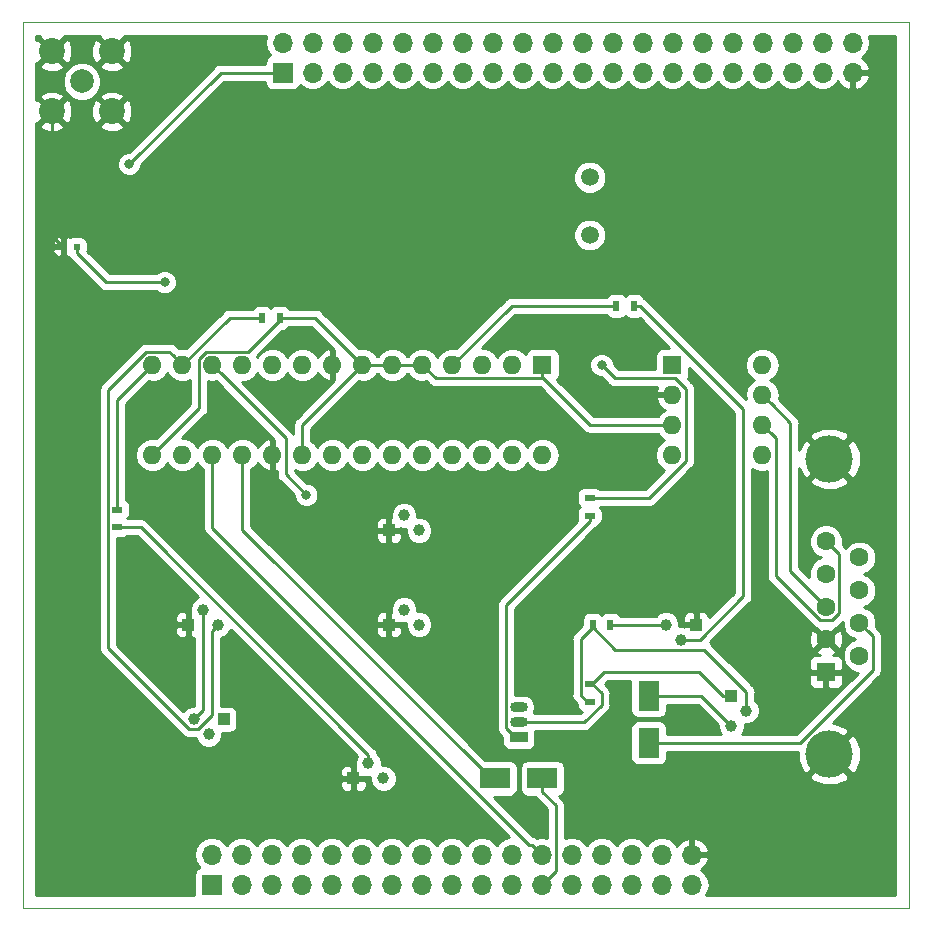
<source format=gbl>
G04 #@! TF.GenerationSoftware,KiCad,Pcbnew,(5.0.1)-3*
G04 #@! TF.CreationDate,2018-11-29T07:36:30-08:00*
G04 #@! TF.ProjectId,DashSight-Mezzanine-Card,4461736853696768742D4D657A7A616E,rev?*
G04 #@! TF.SameCoordinates,Original*
G04 #@! TF.FileFunction,Copper,L2,Bot,Signal*
G04 #@! TF.FilePolarity,Positive*
%FSLAX46Y46*%
G04 Gerber Fmt 4.6, Leading zero omitted, Abs format (unit mm)*
G04 Created by KiCad (PCBNEW (5.0.1)-3) date 29/11/2018 7:36:30 AM*
%MOMM*%
%LPD*%
G01*
G04 APERTURE LIST*
G04 #@! TA.AperFunction,NonConductor*
%ADD10C,0.100000*%
G04 #@! TD*
G04 #@! TA.AperFunction,ComponentPad*
%ADD11C,4.000000*%
G04 #@! TD*
G04 #@! TA.AperFunction,ComponentPad*
%ADD12C,1.600000*%
G04 #@! TD*
G04 #@! TA.AperFunction,ComponentPad*
%ADD13R,1.600000X1.600000*%
G04 #@! TD*
G04 #@! TA.AperFunction,ComponentPad*
%ADD14O,1.600000X1.600000*%
G04 #@! TD*
G04 #@! TA.AperFunction,SMDPad,CuDef*
%ADD15R,0.900000X0.500000*%
G04 #@! TD*
G04 #@! TA.AperFunction,SMDPad,CuDef*
%ADD16R,0.600000X0.500000*%
G04 #@! TD*
G04 #@! TA.AperFunction,ComponentPad*
%ADD17C,2.200000*%
G04 #@! TD*
G04 #@! TA.AperFunction,ComponentPad*
%ADD18C,2.000000*%
G04 #@! TD*
G04 #@! TA.AperFunction,ComponentPad*
%ADD19C,1.500000*%
G04 #@! TD*
G04 #@! TA.AperFunction,SMDPad,CuDef*
%ADD20R,2.500000X1.800000*%
G04 #@! TD*
G04 #@! TA.AperFunction,SMDPad,CuDef*
%ADD21R,1.800000X2.500000*%
G04 #@! TD*
G04 #@! TA.AperFunction,ComponentPad*
%ADD22R,1.700000X1.700000*%
G04 #@! TD*
G04 #@! TA.AperFunction,ComponentPad*
%ADD23O,1.700000X1.700000*%
G04 #@! TD*
G04 #@! TA.AperFunction,SMDPad,CuDef*
%ADD24R,0.500000X0.900000*%
G04 #@! TD*
G04 #@! TA.AperFunction,ComponentPad*
%ADD25O,1.500000X0.900000*%
G04 #@! TD*
G04 #@! TA.AperFunction,ComponentPad*
%ADD26R,1.500000X0.900000*%
G04 #@! TD*
G04 #@! TA.AperFunction,ComponentPad*
%ADD27C,1.000000*%
G04 #@! TD*
G04 #@! TA.AperFunction,ComponentPad*
%ADD28R,1.000000X1.000000*%
G04 #@! TD*
G04 #@! TA.AperFunction,ViaPad*
%ADD29C,0.800000*%
G04 #@! TD*
G04 #@! TA.AperFunction,Conductor*
%ADD30C,0.250000*%
G04 #@! TD*
G04 #@! TA.AperFunction,Conductor*
%ADD31C,0.254000*%
G04 #@! TD*
G04 APERTURE END LIST*
D10*
X125000000Y-125000000D02*
X125000000Y-50000000D01*
X200000000Y-125000000D02*
X125000000Y-125000000D01*
X200000000Y-50000000D02*
X200000000Y-125000000D01*
X125000000Y-50000000D02*
X200000000Y-50000000D01*
D11*
G04 #@! TO.P,J4,0*
G04 #@! TO.N,GND*
X193300000Y-86960000D03*
X193300000Y-111960000D03*
D12*
G04 #@! TO.P,J4,9*
G04 #@! TO.N,Vbat*
X195840000Y-95305000D03*
G04 #@! TO.P,J4,8*
G04 #@! TO.N,ISO9141-2_L*
X195840000Y-98075000D03*
G04 #@! TO.P,J4,7*
G04 #@! TO.N,J1850_Bus+*
X195840000Y-100845000D03*
G04 #@! TO.P,J4,6*
G04 #@! TO.N,J1850_Bus-*
X195840000Y-103615000D03*
G04 #@! TO.P,J4,5*
G04 #@! TO.N,CAN_Low*
X193000000Y-93920000D03*
G04 #@! TO.P,J4,4*
G04 #@! TO.N,ISO9141-2_K*
X193000000Y-96690000D03*
G04 #@! TO.P,J4,3*
G04 #@! TO.N,CAN_High*
X193000000Y-99460000D03*
G04 #@! TO.P,J4,2*
G04 #@! TO.N,GND*
X193000000Y-102230000D03*
D13*
G04 #@! TO.P,J4,1*
X193000000Y-105000000D03*
G04 #@! TD*
G04 #@! TO.P,IC2,1*
G04 #@! TO.N,+5V*
X169000000Y-79000000D03*
D14*
G04 #@! TO.P,IC2,15*
X135980000Y-86620000D03*
G04 #@! TO.P,IC2,2*
G04 #@! TO.N,Net-(C8-Pad1)*
X166460000Y-79000000D03*
G04 #@! TO.P,IC2,16*
G04 #@! TO.N,PwrCntrl*
X138520000Y-86620000D03*
G04 #@! TO.P,IC2,3*
G04 #@! TO.N,Net-(IC2-Pad3)*
X163920000Y-79000000D03*
G04 #@! TO.P,IC2,17*
G04 #@! TO.N,UART3_RX*
X141060000Y-86620000D03*
G04 #@! TO.P,IC2,4*
G04 #@! TO.N,Net-(IC2-Pad4)*
X161380000Y-79000000D03*
G04 #@! TO.P,IC2,18*
G04 #@! TO.N,Net-(D4-Pad2)*
X143600000Y-86620000D03*
G04 #@! TO.P,IC2,5*
G04 #@! TO.N,+5V*
X158840000Y-79000000D03*
G04 #@! TO.P,IC2,19*
G04 #@! TO.N,GND*
X146140000Y-86620000D03*
G04 #@! TO.P,IC2,6*
G04 #@! TO.N,+5V*
X156300000Y-79000000D03*
G04 #@! TO.P,IC2,20*
X148680000Y-86620000D03*
G04 #@! TO.P,IC2,7*
X153760000Y-79000000D03*
G04 #@! TO.P,IC2,21*
G04 #@! TO.N,Net-(IC2-Pad21)*
X151220000Y-86620000D03*
G04 #@! TO.P,IC2,8*
G04 #@! TO.N,GND*
X151220000Y-79000000D03*
G04 #@! TO.P,IC2,22*
G04 #@! TO.N,Net-(IC2-Pad22)*
X153760000Y-86620000D03*
G04 #@! TO.P,IC2,9*
G04 #@! TO.N,Net-(C6-Pad1)*
X148680000Y-79000000D03*
G04 #@! TO.P,IC2,23*
G04 #@! TO.N,CAN_TX*
X156300000Y-86620000D03*
G04 #@! TO.P,IC2,10*
G04 #@! TO.N,Net-(C7-Pad1)*
X146140000Y-79000000D03*
G04 #@! TO.P,IC2,24*
G04 #@! TO.N,CAN_RX*
X158840000Y-86620000D03*
G04 #@! TO.P,IC2,11*
G04 #@! TO.N,Net-(IC2-Pad11)*
X143600000Y-79000000D03*
G04 #@! TO.P,IC2,25*
G04 #@! TO.N,Net-(IC2-Pad25)*
X161380000Y-86620000D03*
G04 #@! TO.P,IC2,12*
G04 #@! TO.N,ELM_Pin12*
X141060000Y-79000000D03*
G04 #@! TO.P,IC2,26*
G04 #@! TO.N,Net-(IC2-Pad26)*
X163920000Y-86620000D03*
G04 #@! TO.P,IC2,13*
G04 #@! TO.N,Net-(IC2-Pad13)*
X138520000Y-79000000D03*
G04 #@! TO.P,IC2,27*
G04 #@! TO.N,Net-(IC2-Pad27)*
X166460000Y-86620000D03*
G04 #@! TO.P,IC2,14*
G04 #@! TO.N,ELM_Pin14*
X135980000Y-79000000D03*
G04 #@! TO.P,IC2,28*
G04 #@! TO.N,Net-(IC2-Pad28)*
X169000000Y-86620000D03*
G04 #@! TD*
D15*
G04 #@! TO.P,R9,1*
G04 #@! TO.N,Net-(Q2-Pad1)*
X173000000Y-106000000D03*
G04 #@! TO.P,R9,2*
G04 #@! TO.N,Net-(Q2-Pad2)*
X173000000Y-107500000D03*
G04 #@! TD*
D16*
G04 #@! TO.P,C1,1*
G04 #@! TO.N,Net-(C1-Pad1)*
X129550000Y-69000000D03*
G04 #@! TO.P,C1,2*
G04 #@! TO.N,GND*
X128450000Y-69000000D03*
G04 #@! TD*
D17*
G04 #@! TO.P,J3,2*
G04 #@! TO.N,GND*
X127460000Y-57540000D03*
X127460000Y-52460000D03*
X132540000Y-52460000D03*
X132540000Y-57540000D03*
D18*
G04 #@! TO.P,J3,1*
G04 #@! TO.N,Net-(IC1-Pad32)*
X130000000Y-55000000D03*
G04 #@! TD*
D19*
G04 #@! TO.P,Y1,1*
G04 #@! TO.N,Net-(C6-Pad1)*
X173000000Y-68000000D03*
G04 #@! TO.P,Y1,2*
G04 #@! TO.N,Net-(C7-Pad1)*
X173000000Y-63120000D03*
G04 #@! TD*
D20*
G04 #@! TO.P,D4,1*
G04 #@! TO.N,UART3_TX*
X169000000Y-114000000D03*
G04 #@! TO.P,D4,2*
G04 #@! TO.N,Net-(D4-Pad2)*
X165000000Y-114000000D03*
G04 #@! TD*
D21*
G04 #@! TO.P,D1,1*
G04 #@! TO.N,J1850_Bus+*
X178000000Y-111000000D03*
G04 #@! TO.P,D1,2*
G04 #@! TO.N,Net-(D1-Pad2)*
X178000000Y-107000000D03*
G04 #@! TD*
D13*
G04 #@! TO.P,U1,1*
G04 #@! TO.N,CAN_TX*
X180000000Y-79000000D03*
D14*
G04 #@! TO.P,U1,5*
G04 #@! TO.N,Net-(U1-Pad5)*
X187620000Y-86620000D03*
G04 #@! TO.P,U1,2*
G04 #@! TO.N,GND*
X180000000Y-81540000D03*
G04 #@! TO.P,U1,6*
G04 #@! TO.N,CAN_Low*
X187620000Y-84080000D03*
G04 #@! TO.P,U1,3*
G04 #@! TO.N,+5V*
X180000000Y-84080000D03*
G04 #@! TO.P,U1,7*
G04 #@! TO.N,CAN_High*
X187620000Y-81540000D03*
G04 #@! TO.P,U1,4*
G04 #@! TO.N,CAN_RX*
X180000000Y-86620000D03*
G04 #@! TO.P,U1,8*
G04 #@! TO.N,Net-(R3-Pad1)*
X187620000Y-79000000D03*
G04 #@! TD*
D22*
G04 #@! TO.P,J2,1*
G04 #@! TO.N,Net-(J2-Pad1)*
X141000000Y-123000000D03*
D23*
G04 #@! TO.P,J2,2*
G04 #@! TO.N,+5V*
X141000000Y-120460000D03*
G04 #@! TO.P,J2,3*
G04 #@! TO.N,Net-(J2-Pad3)*
X143540000Y-123000000D03*
G04 #@! TO.P,J2,4*
G04 #@! TO.N,Net-(J2-Pad4)*
X143540000Y-120460000D03*
G04 #@! TO.P,J2,5*
G04 #@! TO.N,Net-(J2-Pad5)*
X146080000Y-123000000D03*
G04 #@! TO.P,J2,6*
G04 #@! TO.N,Net-(J2-Pad6)*
X146080000Y-120460000D03*
G04 #@! TO.P,J2,7*
G04 #@! TO.N,Net-(J2-Pad7)*
X148620000Y-123000000D03*
G04 #@! TO.P,J2,8*
G04 #@! TO.N,Net-(J2-Pad8)*
X148620000Y-120460000D03*
G04 #@! TO.P,J2,9*
G04 #@! TO.N,Net-(J2-Pad9)*
X151160000Y-123000000D03*
G04 #@! TO.P,J2,10*
G04 #@! TO.N,Net-(J2-Pad10)*
X151160000Y-120460000D03*
G04 #@! TO.P,J2,11*
G04 #@! TO.N,Net-(J2-Pad11)*
X153700000Y-123000000D03*
G04 #@! TO.P,J2,12*
G04 #@! TO.N,Net-(J2-Pad12)*
X153700000Y-120460000D03*
G04 #@! TO.P,J2,13*
G04 #@! TO.N,Net-(J2-Pad13)*
X156240000Y-123000000D03*
G04 #@! TO.P,J2,14*
G04 #@! TO.N,Net-(J2-Pad14)*
X156240000Y-120460000D03*
G04 #@! TO.P,J2,15*
G04 #@! TO.N,Net-(J2-Pad15)*
X158780000Y-123000000D03*
G04 #@! TO.P,J2,16*
G04 #@! TO.N,Net-(J2-Pad16)*
X158780000Y-120460000D03*
G04 #@! TO.P,J2,17*
G04 #@! TO.N,Net-(J2-Pad17)*
X161320000Y-123000000D03*
G04 #@! TO.P,J2,18*
G04 #@! TO.N,Net-(J2-Pad18)*
X161320000Y-120460000D03*
G04 #@! TO.P,J2,19*
G04 #@! TO.N,Net-(J2-Pad19)*
X163860000Y-123000000D03*
G04 #@! TO.P,J2,20*
G04 #@! TO.N,Net-(J2-Pad20)*
X163860000Y-120460000D03*
G04 #@! TO.P,J2,21*
G04 #@! TO.N,Net-(J2-Pad21)*
X166400000Y-123000000D03*
G04 #@! TO.P,J2,22*
G04 #@! TO.N,Net-(J2-Pad22)*
X166400000Y-120460000D03*
G04 #@! TO.P,J2,23*
G04 #@! TO.N,UART3_TX*
X168940000Y-123000000D03*
G04 #@! TO.P,J2,24*
G04 #@! TO.N,UART3_RX*
X168940000Y-120460000D03*
G04 #@! TO.P,J2,25*
G04 #@! TO.N,Net-(J2-Pad25)*
X171480000Y-123000000D03*
G04 #@! TO.P,J2,26*
G04 #@! TO.N,Net-(J2-Pad26)*
X171480000Y-120460000D03*
G04 #@! TO.P,J2,27*
G04 #@! TO.N,Net-(J2-Pad27)*
X174020000Y-123000000D03*
G04 #@! TO.P,J2,28*
G04 #@! TO.N,Net-(J2-Pad28)*
X174020000Y-120460000D03*
G04 #@! TO.P,J2,29*
G04 #@! TO.N,Net-(J2-Pad29)*
X176560000Y-123000000D03*
G04 #@! TO.P,J2,30*
G04 #@! TO.N,Net-(J2-Pad30)*
X176560000Y-120460000D03*
G04 #@! TO.P,J2,31*
G04 #@! TO.N,Net-(J2-Pad31)*
X179100000Y-123000000D03*
G04 #@! TO.P,J2,32*
G04 #@! TO.N,Net-(J2-Pad32)*
X179100000Y-120460000D03*
G04 #@! TO.P,J2,33*
G04 #@! TO.N,Net-(J2-Pad33)*
X181640000Y-123000000D03*
G04 #@! TO.P,J2,34*
G04 #@! TO.N,GND*
X181640000Y-120460000D03*
G04 #@! TD*
D22*
G04 #@! TO.P,J1,1*
G04 #@! TO.N,+3V3*
X147000000Y-54250000D03*
D23*
G04 #@! TO.P,J1,2*
G04 #@! TO.N,Net-(J1-Pad2)*
X147000000Y-51710000D03*
G04 #@! TO.P,J1,3*
G04 #@! TO.N,Net-(J1-Pad3)*
X149540000Y-54250000D03*
G04 #@! TO.P,J1,4*
G04 #@! TO.N,Net-(J1-Pad4)*
X149540000Y-51710000D03*
G04 #@! TO.P,J1,5*
G04 #@! TO.N,Net-(J1-Pad5)*
X152080000Y-54250000D03*
G04 #@! TO.P,J1,6*
G04 #@! TO.N,Net-(J1-Pad6)*
X152080000Y-51710000D03*
G04 #@! TO.P,J1,7*
G04 #@! TO.N,Net-(J1-Pad7)*
X154620000Y-54250000D03*
G04 #@! TO.P,J1,8*
G04 #@! TO.N,UART2_RX*
X154620000Y-51710000D03*
G04 #@! TO.P,J1,9*
G04 #@! TO.N,Net-(J1-Pad9)*
X157160000Y-54250000D03*
G04 #@! TO.P,J1,10*
G04 #@! TO.N,UART2_TX*
X157160000Y-51710000D03*
G04 #@! TO.P,J1,11*
G04 #@! TO.N,Net-(J1-Pad11)*
X159700000Y-54250000D03*
G04 #@! TO.P,J1,12*
G04 #@! TO.N,Net-(J1-Pad12)*
X159700000Y-51710000D03*
G04 #@! TO.P,J1,13*
G04 #@! TO.N,Net-(J1-Pad13)*
X162240000Y-54250000D03*
G04 #@! TO.P,J1,14*
G04 #@! TO.N,Net-(J1-Pad14)*
X162240000Y-51710000D03*
G04 #@! TO.P,J1,15*
G04 #@! TO.N,Net-(J1-Pad15)*
X164780000Y-54250000D03*
G04 #@! TO.P,J1,16*
G04 #@! TO.N,Net-(J1-Pad16)*
X164780000Y-51710000D03*
G04 #@! TO.P,J1,17*
G04 #@! TO.N,Net-(J1-Pad17)*
X167320000Y-54250000D03*
G04 #@! TO.P,J1,18*
G04 #@! TO.N,Net-(J1-Pad18)*
X167320000Y-51710000D03*
G04 #@! TO.P,J1,19*
G04 #@! TO.N,Net-(J1-Pad19)*
X169860000Y-54250000D03*
G04 #@! TO.P,J1,20*
G04 #@! TO.N,Net-(J1-Pad20)*
X169860000Y-51710000D03*
G04 #@! TO.P,J1,21*
G04 #@! TO.N,Net-(J1-Pad21)*
X172400000Y-54250000D03*
G04 #@! TO.P,J1,22*
G04 #@! TO.N,Net-(J1-Pad22)*
X172400000Y-51710000D03*
G04 #@! TO.P,J1,23*
G04 #@! TO.N,Net-(J1-Pad23)*
X174940000Y-54250000D03*
G04 #@! TO.P,J1,24*
G04 #@! TO.N,Net-(J1-Pad24)*
X174940000Y-51710000D03*
G04 #@! TO.P,J1,25*
G04 #@! TO.N,Net-(J1-Pad25)*
X177480000Y-54250000D03*
G04 #@! TO.P,J1,26*
G04 #@! TO.N,Net-(J1-Pad26)*
X177480000Y-51710000D03*
G04 #@! TO.P,J1,27*
G04 #@! TO.N,Net-(J1-Pad27)*
X180020000Y-54250000D03*
G04 #@! TO.P,J1,28*
G04 #@! TO.N,Net-(J1-Pad28)*
X180020000Y-51710000D03*
G04 #@! TO.P,J1,29*
G04 #@! TO.N,Net-(J1-Pad29)*
X182560000Y-54250000D03*
G04 #@! TO.P,J1,30*
G04 #@! TO.N,Net-(J1-Pad30)*
X182560000Y-51710000D03*
G04 #@! TO.P,J1,31*
G04 #@! TO.N,Net-(J1-Pad31)*
X185100000Y-54250000D03*
G04 #@! TO.P,J1,32*
G04 #@! TO.N,Net-(J1-Pad32)*
X185100000Y-51710000D03*
G04 #@! TO.P,J1,33*
G04 #@! TO.N,Net-(J1-Pad33)*
X187640000Y-54250000D03*
G04 #@! TO.P,J1,34*
G04 #@! TO.N,Net-(J1-Pad34)*
X187640000Y-51710000D03*
G04 #@! TO.P,J1,35*
G04 #@! TO.N,Net-(J1-Pad35)*
X190180000Y-54250000D03*
G04 #@! TO.P,J1,36*
G04 #@! TO.N,Net-(J1-Pad36)*
X190180000Y-51710000D03*
G04 #@! TO.P,J1,37*
G04 #@! TO.N,Net-(J1-Pad37)*
X192720000Y-54250000D03*
G04 #@! TO.P,J1,38*
G04 #@! TO.N,Net-(J1-Pad38)*
X192720000Y-51710000D03*
G04 #@! TO.P,J1,39*
G04 #@! TO.N,GND*
X195260000Y-54250000D03*
G04 #@! TO.P,J1,40*
G04 #@! TO.N,Net-(J1-Pad40)*
X195260000Y-51710000D03*
G04 #@! TD*
D24*
G04 #@! TO.P,R20,1*
G04 #@! TO.N,Net-(IC2-Pad4)*
X175250000Y-74000000D03*
G04 #@! TO.P,R20,2*
G04 #@! TO.N,Net-(Q4-Pad2)*
X176750000Y-74000000D03*
G04 #@! TD*
G04 #@! TO.P,R22,1*
G04 #@! TO.N,+5V*
X146750000Y-75000000D03*
G04 #@! TO.P,R22,2*
G04 #@! TO.N,Net-(IC2-Pad13)*
X145250000Y-75000000D03*
G04 #@! TD*
D15*
G04 #@! TO.P,R13,1*
G04 #@! TO.N,Net-(R13-Pad1)*
X173000000Y-91750000D03*
G04 #@! TO.P,R13,2*
G04 #@! TO.N,Net-(R13-Pad2)*
X173000000Y-90250000D03*
G04 #@! TD*
D24*
G04 #@! TO.P,R17,1*
G04 #@! TO.N,Net-(Q2-Pad2)*
X173250000Y-101000000D03*
G04 #@! TO.P,R17,2*
G04 #@! TO.N,Net-(Q4-Pad3)*
X174750000Y-101000000D03*
G04 #@! TD*
D15*
G04 #@! TO.P,R7,1*
G04 #@! TO.N,Net-(Q1-Pad2)*
X133000000Y-92750000D03*
G04 #@! TO.P,R7,2*
G04 #@! TO.N,ELM_Pin14*
X133000000Y-91250000D03*
G04 #@! TD*
D25*
G04 #@! TO.P,U2,2*
G04 #@! TO.N,Net-(Q2-Pad1)*
X167000000Y-109270000D03*
G04 #@! TO.P,U2,3*
G04 #@! TO.N,V12*
X167000000Y-108000000D03*
D26*
G04 #@! TO.P,U2,1*
G04 #@! TO.N,Net-(R13-Pad1)*
X167000000Y-110540000D03*
G04 #@! TD*
D27*
G04 #@! TO.P,Q6,2*
G04 #@! TO.N,Net-(Q6-Pad2)*
X157270000Y-91730000D03*
G04 #@! TO.P,Q6,3*
G04 #@! TO.N,ISO9141-2_L*
X158540000Y-93000000D03*
D28*
G04 #@! TO.P,Q6,1*
G04 #@! TO.N,GND*
X156000000Y-93000000D03*
G04 #@! TD*
D27*
G04 #@! TO.P,Q7,2*
G04 #@! TO.N,Net-(Q7-Pad2)*
X157270000Y-99730000D03*
G04 #@! TO.P,Q7,3*
G04 #@! TO.N,ISO9141-2_K*
X158540000Y-101000000D03*
D28*
G04 #@! TO.P,Q7,1*
G04 #@! TO.N,GND*
X156000000Y-101000000D03*
G04 #@! TD*
D27*
G04 #@! TO.P,Q1,2*
G04 #@! TO.N,Net-(Q1-Pad2)*
X154270000Y-112730000D03*
G04 #@! TO.P,Q1,3*
G04 #@! TO.N,J1850_Bus-*
X155540000Y-114000000D03*
D28*
G04 #@! TO.P,Q1,1*
G04 #@! TO.N,GND*
X153000000Y-114000000D03*
G04 #@! TD*
D27*
G04 #@! TO.P,Q2,2*
G04 #@! TO.N,Net-(Q2-Pad2)*
X186270000Y-108270000D03*
G04 #@! TO.P,Q2,3*
G04 #@! TO.N,Net-(D1-Pad2)*
X185000000Y-109540000D03*
D28*
G04 #@! TO.P,Q2,1*
G04 #@! TO.N,Net-(Q2-Pad1)*
X185000000Y-107000000D03*
G04 #@! TD*
D27*
G04 #@! TO.P,Q3,2*
G04 #@! TO.N,Net-(D2-Pad2)*
X140730000Y-110270000D03*
G04 #@! TO.P,Q3,3*
G04 #@! TO.N,Net-(Q3-Pad3)*
X139460000Y-109000000D03*
D28*
G04 #@! TO.P,Q3,1*
G04 #@! TO.N,Net-(Q3-Pad1)*
X142000000Y-109000000D03*
G04 #@! TD*
D27*
G04 #@! TO.P,Q4,2*
G04 #@! TO.N,Net-(Q4-Pad2)*
X180730000Y-102270000D03*
G04 #@! TO.P,Q4,3*
G04 #@! TO.N,Net-(Q4-Pad3)*
X179460000Y-101000000D03*
D28*
G04 #@! TO.P,Q4,1*
G04 #@! TO.N,GND*
X182000000Y-101000000D03*
G04 #@! TD*
D27*
G04 #@! TO.P,Q5,2*
G04 #@! TO.N,Net-(Q3-Pad3)*
X140270000Y-99730000D03*
G04 #@! TO.P,Q5,3*
G04 #@! TO.N,Net-(IC2-Pad13)*
X141540000Y-101000000D03*
D28*
G04 #@! TO.P,Q5,1*
G04 #@! TO.N,GND*
X139000000Y-101000000D03*
G04 #@! TD*
D29*
G04 #@! TO.N,GND*
X141000000Y-59000000D03*
X184000000Y-74000000D03*
X183000000Y-82000000D03*
X154000000Y-83000000D03*
X191000000Y-108000000D03*
G04 #@! TO.N,Net-(R13-Pad2)*
X174000000Y-79000000D03*
G04 #@! TO.N,+3V3*
X134000000Y-62000000D03*
G04 #@! TO.N,Net-(C1-Pad1)*
X137000000Y-72000000D03*
G04 #@! TO.N,ELM_Pin12*
X149000000Y-90000000D03*
G04 #@! TD*
D30*
G04 #@! TO.N,GND*
X127460000Y-59095634D02*
X127460000Y-57540000D01*
X127460000Y-68060000D02*
X127460000Y-59095634D01*
X128400000Y-69000000D02*
X127460000Y-68060000D01*
X128450000Y-69000000D02*
X128400000Y-69000000D01*
G04 #@! TO.N,Net-(IC2-Pad13)*
X137720001Y-78200001D02*
X138520000Y-79000000D01*
X137394999Y-77874999D02*
X137720001Y-78200001D01*
X135439999Y-77874999D02*
X137394999Y-77874999D01*
X132224999Y-102986001D02*
X132224999Y-81089999D01*
X139063999Y-109825001D02*
X132224999Y-102986001D01*
X132224999Y-81089999D02*
X135439999Y-77874999D01*
X139856001Y-109825001D02*
X139063999Y-109825001D01*
X141040001Y-108641001D02*
X139856001Y-109825001D01*
X141040001Y-101499999D02*
X141040001Y-108641001D01*
X141540000Y-101000000D02*
X141040001Y-101499999D01*
X142520000Y-75000000D02*
X138520000Y-79000000D01*
X145250000Y-75000000D02*
X142520000Y-75000000D01*
G04 #@! TO.N,Net-(Q3-Pad3)*
X140270000Y-108190000D02*
X140270000Y-99730000D01*
X139460000Y-109000000D02*
X140270000Y-108190000D01*
G04 #@! TO.N,Net-(Q4-Pad2)*
X177250000Y-74000000D02*
X186000000Y-82750000D01*
X176750000Y-74000000D02*
X177250000Y-74000000D01*
X181437106Y-102270000D02*
X180730000Y-102270000D01*
X182315002Y-102270000D02*
X181437106Y-102270000D01*
X186000000Y-98585002D02*
X182315002Y-102270000D01*
X186000000Y-82750000D02*
X186000000Y-98585002D01*
G04 #@! TO.N,Net-(Q4-Pad3)*
X174750000Y-101000000D02*
X179460000Y-101000000D01*
G04 #@! TO.N,Net-(Q2-Pad2)*
X173200000Y-107500000D02*
X173000000Y-107500000D01*
X172800000Y-107500000D02*
X173000000Y-107500000D01*
X172224999Y-106924999D02*
X172800000Y-107500000D01*
X172224999Y-102225001D02*
X172224999Y-106924999D01*
X173250000Y-101200000D02*
X172224999Y-102225001D01*
X173250000Y-101200000D02*
X173250000Y-101000000D01*
X175145001Y-103095001D02*
X173250000Y-101200000D01*
X182680003Y-103095001D02*
X175145001Y-103095001D01*
X186270000Y-106684998D02*
X182680003Y-103095001D01*
X186270000Y-108270000D02*
X186270000Y-106684998D01*
G04 #@! TO.N,Net-(D1-Pad2)*
X182460000Y-107000000D02*
X185000000Y-109540000D01*
X178000000Y-107000000D02*
X182460000Y-107000000D01*
G04 #@! TO.N,Net-(Q2-Pad1)*
X173000000Y-106000000D02*
X172800000Y-106000000D01*
X184250000Y-107000000D02*
X185000000Y-107000000D01*
X182250000Y-105000000D02*
X184250000Y-107000000D01*
X167000000Y-109270000D02*
X172515002Y-109270000D01*
X172515002Y-109270000D02*
X174000000Y-107785002D01*
X174000000Y-107785002D02*
X174000000Y-106800000D01*
X174000000Y-106800000D02*
X173200000Y-106000000D01*
X173200000Y-106000000D02*
X174200000Y-105000000D01*
X174200000Y-105000000D02*
X182250000Y-105000000D01*
G04 #@! TO.N,Net-(Q1-Pad2)*
X154270000Y-112022894D02*
X154270000Y-112730000D01*
X134997106Y-92750000D02*
X154270000Y-112022894D01*
X133000000Y-92750000D02*
X134997106Y-92750000D01*
G04 #@! TO.N,Net-(R13-Pad1)*
X166700000Y-110540000D02*
X167000000Y-110540000D01*
X165924990Y-109764990D02*
X166700000Y-110540000D01*
X165924990Y-99325010D02*
X165924990Y-109764990D01*
X173000000Y-92250000D02*
X165924990Y-99325010D01*
X173000000Y-91750000D02*
X173000000Y-92250000D01*
G04 #@! TO.N,ELM_Pin14*
X133000000Y-81980000D02*
X133000000Y-91250000D01*
X135980000Y-79000000D02*
X133000000Y-81980000D01*
G04 #@! TO.N,CAN_Low*
X188419999Y-84879999D02*
X187620000Y-84080000D01*
X188745001Y-96870003D02*
X188745001Y-85205001D01*
X192459999Y-100585001D02*
X188745001Y-96870003D01*
X193540001Y-100585001D02*
X192459999Y-100585001D01*
X194125001Y-100000001D02*
X193540001Y-100585001D01*
X188745001Y-85205001D02*
X188419999Y-84879999D01*
X194125001Y-95045001D02*
X194125001Y-100000001D01*
X193000000Y-93920000D02*
X194125001Y-95045001D01*
G04 #@! TO.N,CAN_High*
X188419999Y-82339999D02*
X187620000Y-81540000D01*
X190000000Y-83920000D02*
X188419999Y-82339999D01*
X190000000Y-96460000D02*
X190000000Y-83920000D01*
X193000000Y-99460000D02*
X190000000Y-96460000D01*
G04 #@! TO.N,J1850_Bus+*
X196639999Y-101644999D02*
X195840000Y-100845000D01*
X196965001Y-101970001D02*
X196639999Y-101644999D01*
X196965001Y-104853997D02*
X196965001Y-101970001D01*
X190818998Y-111000000D02*
X196965001Y-104853997D01*
X178000000Y-111000000D02*
X190818998Y-111000000D01*
G04 #@! TO.N,Net-(R13-Pad2)*
X173700000Y-90250000D02*
X173000000Y-90250000D01*
X178035002Y-90250000D02*
X173700000Y-90250000D01*
X181125001Y-87160001D02*
X178035002Y-90250000D01*
X180250003Y-80125001D02*
X181125001Y-80999999D01*
X175125001Y-80125001D02*
X180250003Y-80125001D01*
X181125001Y-80999999D02*
X181125001Y-87160001D01*
X174000000Y-79000000D02*
X175125001Y-80125001D01*
G04 #@! TO.N,+5V*
X173030000Y-84080000D02*
X169000000Y-80050000D01*
X180000000Y-84080000D02*
X173030000Y-84080000D01*
X149760000Y-75000000D02*
X153760000Y-79000000D01*
X146750000Y-75000000D02*
X149760000Y-75000000D01*
X148680000Y-84080000D02*
X153760000Y-79000000D01*
X148680000Y-86620000D02*
X148680000Y-84080000D01*
X153760000Y-79000000D02*
X156300000Y-79000000D01*
X156300000Y-79000000D02*
X158840000Y-79000000D01*
X169000000Y-80050000D02*
X169000000Y-79000000D01*
X168924999Y-80125001D02*
X169000000Y-80050000D01*
X159965001Y-80125001D02*
X168924999Y-80125001D01*
X158840000Y-79000000D02*
X159965001Y-80125001D01*
X136779999Y-85820001D02*
X135980000Y-86620000D01*
X139934999Y-82665001D02*
X136779999Y-85820001D01*
X139934999Y-78459999D02*
X139934999Y-82665001D01*
X140519999Y-77874999D02*
X139934999Y-78459999D01*
X144075001Y-77874999D02*
X140519999Y-77874999D01*
X146750000Y-75200000D02*
X144075001Y-77874999D01*
X146750000Y-75000000D02*
X146750000Y-75200000D01*
G04 #@! TO.N,Net-(IC2-Pad4)*
X166380000Y-74000000D02*
X161380000Y-79000000D01*
X175250000Y-74000000D02*
X166380000Y-74000000D01*
G04 #@! TO.N,+3V3*
X141750000Y-54250000D02*
X147000000Y-54250000D01*
X134000000Y-62000000D02*
X141750000Y-54250000D01*
G04 #@! TO.N,Net-(C1-Pad1)*
X129550000Y-69500000D02*
X129550000Y-69000000D01*
X132050000Y-72000000D02*
X129550000Y-69500000D01*
X137000000Y-72000000D02*
X132050000Y-72000000D01*
G04 #@! TO.N,Net-(D4-Pad2)*
X164650000Y-114000000D02*
X165000000Y-114000000D01*
X143600000Y-92950000D02*
X164650000Y-114000000D01*
X143600000Y-86620000D02*
X143600000Y-92950000D01*
G04 #@! TO.N,ELM_Pin12*
X141859999Y-79799999D02*
X141060000Y-79000000D01*
X147265001Y-85205001D02*
X141859999Y-79799999D01*
X147265001Y-88265001D02*
X147265001Y-85205001D01*
X149000000Y-90000000D02*
X147265001Y-88265001D01*
G04 #@! TO.N,UART3_RX*
X141060000Y-87751370D02*
X141060000Y-86620000D01*
X141060000Y-92795002D02*
X141060000Y-87751370D01*
X167874999Y-119610001D02*
X141060000Y-92795002D01*
X168090001Y-119610001D02*
X167874999Y-119610001D01*
X168940000Y-120460000D02*
X168090001Y-119610001D01*
G04 #@! TO.N,UART3_TX*
X169000000Y-115150000D02*
X169000000Y-114000000D01*
X170115001Y-116265001D02*
X169000000Y-115150000D01*
X170115001Y-121824999D02*
X170115001Y-116265001D01*
X168940000Y-123000000D02*
X170115001Y-121824999D01*
G04 #@! TD*
D31*
G04 #@! TO.N,GND*
G36*
X126414737Y-51235132D02*
X127460000Y-52280395D01*
X128505263Y-51235132D01*
X128462006Y-51127000D01*
X131537994Y-51127000D01*
X131494737Y-51235132D01*
X132540000Y-52280395D01*
X133585263Y-51235132D01*
X133542006Y-51127000D01*
X145603554Y-51127000D01*
X145601161Y-51130582D01*
X145485908Y-51710000D01*
X145601161Y-52289418D01*
X145929375Y-52780625D01*
X145947619Y-52792816D01*
X145902235Y-52801843D01*
X145692191Y-52942191D01*
X145551843Y-53152235D01*
X145502560Y-53400000D01*
X145502560Y-53490000D01*
X141824846Y-53490000D01*
X141749999Y-53475112D01*
X141675152Y-53490000D01*
X141675148Y-53490000D01*
X141453463Y-53534096D01*
X141202071Y-53702071D01*
X141159671Y-53765527D01*
X133960199Y-60965000D01*
X133794126Y-60965000D01*
X133413720Y-61122569D01*
X133122569Y-61413720D01*
X132965000Y-61794126D01*
X132965000Y-62205874D01*
X133122569Y-62586280D01*
X133413720Y-62877431D01*
X133794126Y-63035000D01*
X134205874Y-63035000D01*
X134586280Y-62877431D01*
X134619205Y-62844506D01*
X171615000Y-62844506D01*
X171615000Y-63395494D01*
X171825853Y-63904540D01*
X172215460Y-64294147D01*
X172724506Y-64505000D01*
X173275494Y-64505000D01*
X173784540Y-64294147D01*
X174174147Y-63904540D01*
X174385000Y-63395494D01*
X174385000Y-62844506D01*
X174174147Y-62335460D01*
X173784540Y-61945853D01*
X173275494Y-61735000D01*
X172724506Y-61735000D01*
X172215460Y-61945853D01*
X171825853Y-62335460D01*
X171615000Y-62844506D01*
X134619205Y-62844506D01*
X134877431Y-62586280D01*
X135035000Y-62205874D01*
X135035000Y-62039801D01*
X142064802Y-55010000D01*
X145502560Y-55010000D01*
X145502560Y-55100000D01*
X145551843Y-55347765D01*
X145692191Y-55557809D01*
X145902235Y-55698157D01*
X146150000Y-55747440D01*
X147850000Y-55747440D01*
X148097765Y-55698157D01*
X148307809Y-55557809D01*
X148448157Y-55347765D01*
X148457184Y-55302381D01*
X148469375Y-55320625D01*
X148960582Y-55648839D01*
X149393744Y-55735000D01*
X149686256Y-55735000D01*
X150119418Y-55648839D01*
X150610625Y-55320625D01*
X150810000Y-55022239D01*
X151009375Y-55320625D01*
X151500582Y-55648839D01*
X151933744Y-55735000D01*
X152226256Y-55735000D01*
X152659418Y-55648839D01*
X153150625Y-55320625D01*
X153350000Y-55022239D01*
X153549375Y-55320625D01*
X154040582Y-55648839D01*
X154473744Y-55735000D01*
X154766256Y-55735000D01*
X155199418Y-55648839D01*
X155690625Y-55320625D01*
X155890000Y-55022239D01*
X156089375Y-55320625D01*
X156580582Y-55648839D01*
X157013744Y-55735000D01*
X157306256Y-55735000D01*
X157739418Y-55648839D01*
X158230625Y-55320625D01*
X158430000Y-55022239D01*
X158629375Y-55320625D01*
X159120582Y-55648839D01*
X159553744Y-55735000D01*
X159846256Y-55735000D01*
X160279418Y-55648839D01*
X160770625Y-55320625D01*
X160970000Y-55022239D01*
X161169375Y-55320625D01*
X161660582Y-55648839D01*
X162093744Y-55735000D01*
X162386256Y-55735000D01*
X162819418Y-55648839D01*
X163310625Y-55320625D01*
X163510000Y-55022239D01*
X163709375Y-55320625D01*
X164200582Y-55648839D01*
X164633744Y-55735000D01*
X164926256Y-55735000D01*
X165359418Y-55648839D01*
X165850625Y-55320625D01*
X166050000Y-55022239D01*
X166249375Y-55320625D01*
X166740582Y-55648839D01*
X167173744Y-55735000D01*
X167466256Y-55735000D01*
X167899418Y-55648839D01*
X168390625Y-55320625D01*
X168590000Y-55022239D01*
X168789375Y-55320625D01*
X169280582Y-55648839D01*
X169713744Y-55735000D01*
X170006256Y-55735000D01*
X170439418Y-55648839D01*
X170930625Y-55320625D01*
X171130000Y-55022239D01*
X171329375Y-55320625D01*
X171820582Y-55648839D01*
X172253744Y-55735000D01*
X172546256Y-55735000D01*
X172979418Y-55648839D01*
X173470625Y-55320625D01*
X173670000Y-55022239D01*
X173869375Y-55320625D01*
X174360582Y-55648839D01*
X174793744Y-55735000D01*
X175086256Y-55735000D01*
X175519418Y-55648839D01*
X176010625Y-55320625D01*
X176210000Y-55022239D01*
X176409375Y-55320625D01*
X176900582Y-55648839D01*
X177333744Y-55735000D01*
X177626256Y-55735000D01*
X178059418Y-55648839D01*
X178550625Y-55320625D01*
X178750000Y-55022239D01*
X178949375Y-55320625D01*
X179440582Y-55648839D01*
X179873744Y-55735000D01*
X180166256Y-55735000D01*
X180599418Y-55648839D01*
X181090625Y-55320625D01*
X181290000Y-55022239D01*
X181489375Y-55320625D01*
X181980582Y-55648839D01*
X182413744Y-55735000D01*
X182706256Y-55735000D01*
X183139418Y-55648839D01*
X183630625Y-55320625D01*
X183830000Y-55022239D01*
X184029375Y-55320625D01*
X184520582Y-55648839D01*
X184953744Y-55735000D01*
X185246256Y-55735000D01*
X185679418Y-55648839D01*
X186170625Y-55320625D01*
X186370000Y-55022239D01*
X186569375Y-55320625D01*
X187060582Y-55648839D01*
X187493744Y-55735000D01*
X187786256Y-55735000D01*
X188219418Y-55648839D01*
X188710625Y-55320625D01*
X188910000Y-55022239D01*
X189109375Y-55320625D01*
X189600582Y-55648839D01*
X190033744Y-55735000D01*
X190326256Y-55735000D01*
X190759418Y-55648839D01*
X191250625Y-55320625D01*
X191450000Y-55022239D01*
X191649375Y-55320625D01*
X192140582Y-55648839D01*
X192573744Y-55735000D01*
X192866256Y-55735000D01*
X193299418Y-55648839D01*
X193790625Y-55320625D01*
X194003843Y-55001522D01*
X194064817Y-55131358D01*
X194493076Y-55521645D01*
X194903110Y-55691476D01*
X195133000Y-55570155D01*
X195133000Y-54377000D01*
X195387000Y-54377000D01*
X195387000Y-55570155D01*
X195616890Y-55691476D01*
X196026924Y-55521645D01*
X196455183Y-55131358D01*
X196701486Y-54606892D01*
X196580819Y-54377000D01*
X195387000Y-54377000D01*
X195133000Y-54377000D01*
X195113000Y-54377000D01*
X195113000Y-54123000D01*
X195133000Y-54123000D01*
X195133000Y-54103000D01*
X195387000Y-54103000D01*
X195387000Y-54123000D01*
X196580819Y-54123000D01*
X196701486Y-53893108D01*
X196455183Y-53368642D01*
X196030214Y-52981353D01*
X196330625Y-52780625D01*
X196658839Y-52289418D01*
X196774092Y-51710000D01*
X196658839Y-51130582D01*
X196656446Y-51127000D01*
X198873000Y-51127000D01*
X198873000Y-123873000D01*
X182842674Y-123873000D01*
X183038839Y-123579418D01*
X183154092Y-123000000D01*
X183038839Y-122420582D01*
X182710625Y-121929375D01*
X182410214Y-121728647D01*
X182835183Y-121341358D01*
X183081486Y-120816892D01*
X182960819Y-120587000D01*
X181767000Y-120587000D01*
X181767000Y-120607000D01*
X181513000Y-120607000D01*
X181513000Y-120587000D01*
X181493000Y-120587000D01*
X181493000Y-120333000D01*
X181513000Y-120333000D01*
X181513000Y-119139845D01*
X181767000Y-119139845D01*
X181767000Y-120333000D01*
X182960819Y-120333000D01*
X183081486Y-120103108D01*
X182835183Y-119578642D01*
X182406924Y-119188355D01*
X181996890Y-119018524D01*
X181767000Y-119139845D01*
X181513000Y-119139845D01*
X181283110Y-119018524D01*
X180873076Y-119188355D01*
X180444817Y-119578642D01*
X180383843Y-119708478D01*
X180170625Y-119389375D01*
X179679418Y-119061161D01*
X179246256Y-118975000D01*
X178953744Y-118975000D01*
X178520582Y-119061161D01*
X178029375Y-119389375D01*
X177830000Y-119687761D01*
X177630625Y-119389375D01*
X177139418Y-119061161D01*
X176706256Y-118975000D01*
X176413744Y-118975000D01*
X175980582Y-119061161D01*
X175489375Y-119389375D01*
X175290000Y-119687761D01*
X175090625Y-119389375D01*
X174599418Y-119061161D01*
X174166256Y-118975000D01*
X173873744Y-118975000D01*
X173440582Y-119061161D01*
X172949375Y-119389375D01*
X172750000Y-119687761D01*
X172550625Y-119389375D01*
X172059418Y-119061161D01*
X171626256Y-118975000D01*
X171333744Y-118975000D01*
X170900582Y-119061161D01*
X170875001Y-119078254D01*
X170875001Y-116339849D01*
X170889889Y-116265001D01*
X170875001Y-116190153D01*
X170875001Y-116190149D01*
X170830905Y-115968464D01*
X170662930Y-115717072D01*
X170599474Y-115674672D01*
X170435370Y-115510568D01*
X170497765Y-115498157D01*
X170707809Y-115357809D01*
X170848157Y-115147765D01*
X170897440Y-114900000D01*
X170897440Y-113835022D01*
X191604584Y-113835022D01*
X191825353Y-114205743D01*
X192797012Y-114599119D01*
X193845247Y-114590713D01*
X194774647Y-114205743D01*
X194995416Y-113835022D01*
X193300000Y-112139605D01*
X191604584Y-113835022D01*
X170897440Y-113835022D01*
X170897440Y-113100000D01*
X170848157Y-112852235D01*
X170707809Y-112642191D01*
X170497765Y-112501843D01*
X170250000Y-112452560D01*
X167750000Y-112452560D01*
X167502235Y-112501843D01*
X167292191Y-112642191D01*
X167151843Y-112852235D01*
X167102560Y-113100000D01*
X167102560Y-114900000D01*
X167151843Y-115147765D01*
X167292191Y-115357809D01*
X167502235Y-115498157D01*
X167750000Y-115547440D01*
X168351518Y-115547440D01*
X168452071Y-115697929D01*
X168515530Y-115740331D01*
X169355002Y-116579804D01*
X169355002Y-119028457D01*
X169086256Y-118975000D01*
X168793744Y-118975000D01*
X168573255Y-119018858D01*
X168386538Y-118894097D01*
X168195996Y-118856196D01*
X164887240Y-115547440D01*
X166250000Y-115547440D01*
X166497765Y-115498157D01*
X166707809Y-115357809D01*
X166848157Y-115147765D01*
X166897440Y-114900000D01*
X166897440Y-113100000D01*
X166848157Y-112852235D01*
X166707809Y-112642191D01*
X166497765Y-112501843D01*
X166250000Y-112452560D01*
X164177363Y-112452560D01*
X153010552Y-101285750D01*
X154865000Y-101285750D01*
X154865000Y-101626309D01*
X154961673Y-101859698D01*
X155140301Y-102038327D01*
X155373690Y-102135000D01*
X155714250Y-102135000D01*
X155873000Y-101976250D01*
X155873000Y-101127000D01*
X156127000Y-101127000D01*
X156127000Y-101976250D01*
X156285750Y-102135000D01*
X156626310Y-102135000D01*
X156859699Y-102038327D01*
X157038327Y-101859698D01*
X157135000Y-101626309D01*
X157135000Y-101285750D01*
X156976250Y-101127000D01*
X156127000Y-101127000D01*
X155873000Y-101127000D01*
X155023750Y-101127000D01*
X154865000Y-101285750D01*
X153010552Y-101285750D01*
X152098493Y-100373691D01*
X154865000Y-100373691D01*
X154865000Y-100714250D01*
X155023750Y-100873000D01*
X155873000Y-100873000D01*
X155873000Y-100023750D01*
X156127000Y-100023750D01*
X156127000Y-100873000D01*
X156976250Y-100873000D01*
X157001819Y-100847431D01*
X157044234Y-100865000D01*
X157405000Y-100865000D01*
X157405000Y-101225766D01*
X157577793Y-101642926D01*
X157897074Y-101962207D01*
X158314234Y-102135000D01*
X158765766Y-102135000D01*
X159182926Y-101962207D01*
X159502207Y-101642926D01*
X159675000Y-101225766D01*
X159675000Y-100774234D01*
X159502207Y-100357074D01*
X159182926Y-100037793D01*
X158765766Y-99865000D01*
X158405000Y-99865000D01*
X158405000Y-99504234D01*
X158232207Y-99087074D01*
X157912926Y-98767793D01*
X157495766Y-98595000D01*
X157044234Y-98595000D01*
X156627074Y-98767793D01*
X156307793Y-99087074D01*
X156135000Y-99504234D01*
X156135000Y-99955766D01*
X156152569Y-99998181D01*
X156127000Y-100023750D01*
X155873000Y-100023750D01*
X155714250Y-99865000D01*
X155373690Y-99865000D01*
X155140301Y-99961673D01*
X154961673Y-100140302D01*
X154865000Y-100373691D01*
X152098493Y-100373691D01*
X145010552Y-93285750D01*
X154865000Y-93285750D01*
X154865000Y-93626309D01*
X154961673Y-93859698D01*
X155140301Y-94038327D01*
X155373690Y-94135000D01*
X155714250Y-94135000D01*
X155873000Y-93976250D01*
X155873000Y-93127000D01*
X156127000Y-93127000D01*
X156127000Y-93976250D01*
X156285750Y-94135000D01*
X156626310Y-94135000D01*
X156859699Y-94038327D01*
X157038327Y-93859698D01*
X157135000Y-93626309D01*
X157135000Y-93285750D01*
X156976250Y-93127000D01*
X156127000Y-93127000D01*
X155873000Y-93127000D01*
X155023750Y-93127000D01*
X154865000Y-93285750D01*
X145010552Y-93285750D01*
X144360000Y-92635199D01*
X144360000Y-92373691D01*
X154865000Y-92373691D01*
X154865000Y-92714250D01*
X155023750Y-92873000D01*
X155873000Y-92873000D01*
X155873000Y-92023750D01*
X156127000Y-92023750D01*
X156127000Y-92873000D01*
X156976250Y-92873000D01*
X157001819Y-92847431D01*
X157044234Y-92865000D01*
X157405000Y-92865000D01*
X157405000Y-93225766D01*
X157577793Y-93642926D01*
X157897074Y-93962207D01*
X158314234Y-94135000D01*
X158765766Y-94135000D01*
X159182926Y-93962207D01*
X159502207Y-93642926D01*
X159675000Y-93225766D01*
X159675000Y-92774234D01*
X159502207Y-92357074D01*
X159182926Y-92037793D01*
X158765766Y-91865000D01*
X158405000Y-91865000D01*
X158405000Y-91504234D01*
X158232207Y-91087074D01*
X157912926Y-90767793D01*
X157495766Y-90595000D01*
X157044234Y-90595000D01*
X156627074Y-90767793D01*
X156307793Y-91087074D01*
X156135000Y-91504234D01*
X156135000Y-91955766D01*
X156152569Y-91998181D01*
X156127000Y-92023750D01*
X155873000Y-92023750D01*
X155714250Y-91865000D01*
X155373690Y-91865000D01*
X155140301Y-91961673D01*
X154961673Y-92140302D01*
X154865000Y-92373691D01*
X144360000Y-92373691D01*
X144360000Y-87838043D01*
X144634577Y-87654577D01*
X144890947Y-87270892D01*
X144987611Y-87475134D01*
X145402577Y-87851041D01*
X145790961Y-88011904D01*
X146013000Y-87889915D01*
X146013000Y-86747000D01*
X145993000Y-86747000D01*
X145993000Y-86493000D01*
X146013000Y-86493000D01*
X146013000Y-85350085D01*
X145790961Y-85228096D01*
X145402577Y-85388959D01*
X144987611Y-85764866D01*
X144890947Y-85969108D01*
X144634577Y-85585423D01*
X144159909Y-85268260D01*
X143741333Y-85185000D01*
X143458667Y-85185000D01*
X143040091Y-85268260D01*
X142565423Y-85585423D01*
X142330000Y-85937758D01*
X142094577Y-85585423D01*
X141619909Y-85268260D01*
X141201333Y-85185000D01*
X140918667Y-85185000D01*
X140500091Y-85268260D01*
X140025423Y-85585423D01*
X139790000Y-85937758D01*
X139554577Y-85585423D01*
X139079909Y-85268260D01*
X138661333Y-85185000D01*
X138489801Y-85185000D01*
X140419472Y-83255330D01*
X140482928Y-83212930D01*
X140587851Y-83055902D01*
X140650903Y-82961539D01*
X140678167Y-82824471D01*
X140694999Y-82739853D01*
X140694999Y-82739849D01*
X140709887Y-82665001D01*
X140694999Y-82590153D01*
X140694999Y-80390510D01*
X140918667Y-80435000D01*
X141201333Y-80435000D01*
X141383887Y-80398688D01*
X146311071Y-85325872D01*
X146267000Y-85350085D01*
X146267000Y-86493000D01*
X146287000Y-86493000D01*
X146287000Y-86747000D01*
X146267000Y-86747000D01*
X146267000Y-87889915D01*
X146489039Y-88011904D01*
X146505001Y-88005293D01*
X146505001Y-88190154D01*
X146490113Y-88265001D01*
X146505001Y-88339848D01*
X146505001Y-88339852D01*
X146549097Y-88561537D01*
X146717072Y-88812930D01*
X146780531Y-88855332D01*
X147965000Y-90039802D01*
X147965000Y-90205874D01*
X148122569Y-90586280D01*
X148413720Y-90877431D01*
X148794126Y-91035000D01*
X149205874Y-91035000D01*
X149586280Y-90877431D01*
X149877431Y-90586280D01*
X150035000Y-90205874D01*
X150035000Y-89794126D01*
X149877431Y-89413720D01*
X149586280Y-89122569D01*
X149205874Y-88965000D01*
X149039802Y-88965000D01*
X148025001Y-87950200D01*
X148025001Y-87908203D01*
X148120091Y-87971740D01*
X148538667Y-88055000D01*
X148821333Y-88055000D01*
X149239909Y-87971740D01*
X149714577Y-87654577D01*
X149950000Y-87302242D01*
X150185423Y-87654577D01*
X150660091Y-87971740D01*
X151078667Y-88055000D01*
X151361333Y-88055000D01*
X151779909Y-87971740D01*
X152254577Y-87654577D01*
X152490000Y-87302242D01*
X152725423Y-87654577D01*
X153200091Y-87971740D01*
X153618667Y-88055000D01*
X153901333Y-88055000D01*
X154319909Y-87971740D01*
X154794577Y-87654577D01*
X155030000Y-87302242D01*
X155265423Y-87654577D01*
X155740091Y-87971740D01*
X156158667Y-88055000D01*
X156441333Y-88055000D01*
X156859909Y-87971740D01*
X157334577Y-87654577D01*
X157570000Y-87302242D01*
X157805423Y-87654577D01*
X158280091Y-87971740D01*
X158698667Y-88055000D01*
X158981333Y-88055000D01*
X159399909Y-87971740D01*
X159874577Y-87654577D01*
X160110000Y-87302242D01*
X160345423Y-87654577D01*
X160820091Y-87971740D01*
X161238667Y-88055000D01*
X161521333Y-88055000D01*
X161939909Y-87971740D01*
X162414577Y-87654577D01*
X162650000Y-87302242D01*
X162885423Y-87654577D01*
X163360091Y-87971740D01*
X163778667Y-88055000D01*
X164061333Y-88055000D01*
X164479909Y-87971740D01*
X164954577Y-87654577D01*
X165190000Y-87302242D01*
X165425423Y-87654577D01*
X165900091Y-87971740D01*
X166318667Y-88055000D01*
X166601333Y-88055000D01*
X167019909Y-87971740D01*
X167494577Y-87654577D01*
X167730000Y-87302242D01*
X167965423Y-87654577D01*
X168440091Y-87971740D01*
X168858667Y-88055000D01*
X169141333Y-88055000D01*
X169559909Y-87971740D01*
X170034577Y-87654577D01*
X170351740Y-87179909D01*
X170463113Y-86620000D01*
X170351740Y-86060091D01*
X170034577Y-85585423D01*
X169559909Y-85268260D01*
X169141333Y-85185000D01*
X168858667Y-85185000D01*
X168440091Y-85268260D01*
X167965423Y-85585423D01*
X167730000Y-85937758D01*
X167494577Y-85585423D01*
X167019909Y-85268260D01*
X166601333Y-85185000D01*
X166318667Y-85185000D01*
X165900091Y-85268260D01*
X165425423Y-85585423D01*
X165190000Y-85937758D01*
X164954577Y-85585423D01*
X164479909Y-85268260D01*
X164061333Y-85185000D01*
X163778667Y-85185000D01*
X163360091Y-85268260D01*
X162885423Y-85585423D01*
X162650000Y-85937758D01*
X162414577Y-85585423D01*
X161939909Y-85268260D01*
X161521333Y-85185000D01*
X161238667Y-85185000D01*
X160820091Y-85268260D01*
X160345423Y-85585423D01*
X160110000Y-85937758D01*
X159874577Y-85585423D01*
X159399909Y-85268260D01*
X158981333Y-85185000D01*
X158698667Y-85185000D01*
X158280091Y-85268260D01*
X157805423Y-85585423D01*
X157570000Y-85937758D01*
X157334577Y-85585423D01*
X156859909Y-85268260D01*
X156441333Y-85185000D01*
X156158667Y-85185000D01*
X155740091Y-85268260D01*
X155265423Y-85585423D01*
X155030000Y-85937758D01*
X154794577Y-85585423D01*
X154319909Y-85268260D01*
X153901333Y-85185000D01*
X153618667Y-85185000D01*
X153200091Y-85268260D01*
X152725423Y-85585423D01*
X152490000Y-85937758D01*
X152254577Y-85585423D01*
X151779909Y-85268260D01*
X151361333Y-85185000D01*
X151078667Y-85185000D01*
X150660091Y-85268260D01*
X150185423Y-85585423D01*
X149950000Y-85937758D01*
X149714577Y-85585423D01*
X149440000Y-85401957D01*
X149440000Y-84394801D01*
X153436114Y-80398688D01*
X153618667Y-80435000D01*
X153901333Y-80435000D01*
X154319909Y-80351740D01*
X154794577Y-80034577D01*
X154978043Y-79760000D01*
X155081957Y-79760000D01*
X155265423Y-80034577D01*
X155740091Y-80351740D01*
X156158667Y-80435000D01*
X156441333Y-80435000D01*
X156859909Y-80351740D01*
X157334577Y-80034577D01*
X157518043Y-79760000D01*
X157621957Y-79760000D01*
X157805423Y-80034577D01*
X158280091Y-80351740D01*
X158698667Y-80435000D01*
X158981333Y-80435000D01*
X159163886Y-80398688D01*
X159374671Y-80609473D01*
X159417072Y-80672930D01*
X159480528Y-80715330D01*
X159668463Y-80840905D01*
X159716606Y-80850481D01*
X159890149Y-80885001D01*
X159890153Y-80885001D01*
X159965001Y-80899889D01*
X160039849Y-80885001D01*
X168760200Y-80885001D01*
X172439670Y-84564472D01*
X172482071Y-84627929D01*
X172545527Y-84670329D01*
X172733462Y-84795904D01*
X172781605Y-84805480D01*
X172955148Y-84840000D01*
X172955152Y-84840000D01*
X173030000Y-84854888D01*
X173104848Y-84840000D01*
X178781957Y-84840000D01*
X178965423Y-85114577D01*
X179317758Y-85350000D01*
X178965423Y-85585423D01*
X178648260Y-86060091D01*
X178536887Y-86620000D01*
X178648260Y-87179909D01*
X178965423Y-87654577D01*
X179319222Y-87890978D01*
X177720201Y-89490000D01*
X173829700Y-89490000D01*
X173697765Y-89401843D01*
X173450000Y-89352560D01*
X172550000Y-89352560D01*
X172302235Y-89401843D01*
X172092191Y-89542191D01*
X171951843Y-89752235D01*
X171902560Y-90000000D01*
X171902560Y-90500000D01*
X171951843Y-90747765D01*
X172092191Y-90957809D01*
X172155334Y-91000000D01*
X172092191Y-91042191D01*
X171951843Y-91252235D01*
X171902560Y-91500000D01*
X171902560Y-92000000D01*
X171947793Y-92227405D01*
X165440520Y-98734679D01*
X165377061Y-98777081D01*
X165209086Y-99028474D01*
X165164990Y-99250159D01*
X165164990Y-99250163D01*
X165150102Y-99325010D01*
X165164990Y-99399857D01*
X165164991Y-109690138D01*
X165150102Y-109764990D01*
X165164991Y-109839842D01*
X165209087Y-110061527D01*
X165377062Y-110312919D01*
X165440518Y-110355319D01*
X165602560Y-110517361D01*
X165602560Y-110990000D01*
X165651843Y-111237765D01*
X165792191Y-111447809D01*
X166002235Y-111588157D01*
X166250000Y-111637440D01*
X167750000Y-111637440D01*
X167997765Y-111588157D01*
X168207809Y-111447809D01*
X168348157Y-111237765D01*
X168397440Y-110990000D01*
X168397440Y-110090000D01*
X168385505Y-110030000D01*
X172440155Y-110030000D01*
X172515002Y-110044888D01*
X172589849Y-110030000D01*
X172589854Y-110030000D01*
X172811539Y-109985904D01*
X173062931Y-109817929D01*
X173105333Y-109754470D01*
X174484476Y-108375329D01*
X174547929Y-108332931D01*
X174590327Y-108269478D01*
X174590329Y-108269476D01*
X174708198Y-108093072D01*
X174715904Y-108081539D01*
X174760000Y-107859854D01*
X174760000Y-107859850D01*
X174774888Y-107785003D01*
X174760000Y-107710156D01*
X174760000Y-106874848D01*
X174774888Y-106800000D01*
X174760000Y-106725152D01*
X174760000Y-106725148D01*
X174715904Y-106503463D01*
X174715904Y-106503462D01*
X174590329Y-106315527D01*
X174547929Y-106252071D01*
X174484473Y-106209671D01*
X174274802Y-106000000D01*
X174514802Y-105760000D01*
X176452560Y-105760000D01*
X176452560Y-108250000D01*
X176501843Y-108497765D01*
X176642191Y-108707809D01*
X176852235Y-108848157D01*
X177100000Y-108897440D01*
X178900000Y-108897440D01*
X179147765Y-108848157D01*
X179357809Y-108707809D01*
X179498157Y-108497765D01*
X179547440Y-108250000D01*
X179547440Y-107760000D01*
X182145199Y-107760000D01*
X183865000Y-109479803D01*
X183865000Y-109765766D01*
X184037793Y-110182926D01*
X184094867Y-110240000D01*
X179547440Y-110240000D01*
X179547440Y-109750000D01*
X179498157Y-109502235D01*
X179357809Y-109292191D01*
X179147765Y-109151843D01*
X178900000Y-109102560D01*
X177100000Y-109102560D01*
X176852235Y-109151843D01*
X176642191Y-109292191D01*
X176501843Y-109502235D01*
X176452560Y-109750000D01*
X176452560Y-112250000D01*
X176501843Y-112497765D01*
X176642191Y-112707809D01*
X176852235Y-112848157D01*
X177100000Y-112897440D01*
X178900000Y-112897440D01*
X179147765Y-112848157D01*
X179357809Y-112707809D01*
X179498157Y-112497765D01*
X179547440Y-112250000D01*
X179547440Y-111760000D01*
X190663311Y-111760000D01*
X190669287Y-112505247D01*
X191054257Y-113434647D01*
X191424978Y-113655416D01*
X193120395Y-111960000D01*
X193479605Y-111960000D01*
X195175022Y-113655416D01*
X195545743Y-113434647D01*
X195939119Y-112462988D01*
X195930713Y-111414753D01*
X195545743Y-110485353D01*
X195175022Y-110264584D01*
X193479605Y-111960000D01*
X193120395Y-111960000D01*
X193106253Y-111945858D01*
X193285858Y-111766253D01*
X193300000Y-111780395D01*
X194995416Y-110084978D01*
X194774647Y-109714257D01*
X193802988Y-109320881D01*
X193571058Y-109322741D01*
X197449474Y-105444326D01*
X197512930Y-105401926D01*
X197586253Y-105292191D01*
X197680905Y-105150535D01*
X197690481Y-105102392D01*
X197725001Y-104928849D01*
X197725001Y-104928845D01*
X197739889Y-104853997D01*
X197725001Y-104779149D01*
X197725001Y-102044847D01*
X197739889Y-101970000D01*
X197725001Y-101895153D01*
X197725001Y-101895149D01*
X197680905Y-101673464D01*
X197512930Y-101422072D01*
X197449471Y-101379670D01*
X197253103Y-101183302D01*
X197275000Y-101130439D01*
X197275000Y-100559561D01*
X197056534Y-100032138D01*
X196652862Y-99628466D01*
X196246150Y-99460000D01*
X196652862Y-99291534D01*
X197056534Y-98887862D01*
X197275000Y-98360439D01*
X197275000Y-97789561D01*
X197056534Y-97262138D01*
X196652862Y-96858466D01*
X196246150Y-96690000D01*
X196652862Y-96521534D01*
X197056534Y-96117862D01*
X197275000Y-95590439D01*
X197275000Y-95019561D01*
X197056534Y-94492138D01*
X196652862Y-94088466D01*
X196125439Y-93870000D01*
X195554561Y-93870000D01*
X195027138Y-94088466D01*
X194640321Y-94475283D01*
X194609474Y-94454672D01*
X194413104Y-94258302D01*
X194435000Y-94205439D01*
X194435000Y-93634561D01*
X194216534Y-93107138D01*
X193812862Y-92703466D01*
X193285439Y-92485000D01*
X192714561Y-92485000D01*
X192187138Y-92703466D01*
X191783466Y-93107138D01*
X191565000Y-93634561D01*
X191565000Y-94205439D01*
X191783466Y-94732862D01*
X192187138Y-95136534D01*
X192593850Y-95305000D01*
X192187138Y-95473466D01*
X191783466Y-95877138D01*
X191565000Y-96404561D01*
X191565000Y-96950199D01*
X190760000Y-96145199D01*
X190760000Y-88835022D01*
X191604584Y-88835022D01*
X191825353Y-89205743D01*
X192797012Y-89599119D01*
X193845247Y-89590713D01*
X194774647Y-89205743D01*
X194995416Y-88835022D01*
X193300000Y-87139605D01*
X191604584Y-88835022D01*
X190760000Y-88835022D01*
X190760000Y-87724248D01*
X191054257Y-88434647D01*
X191424978Y-88655416D01*
X193120395Y-86960000D01*
X193479605Y-86960000D01*
X195175022Y-88655416D01*
X195545743Y-88434647D01*
X195939119Y-87462988D01*
X195930713Y-86414753D01*
X195545743Y-85485353D01*
X195175022Y-85264584D01*
X193479605Y-86960000D01*
X193120395Y-86960000D01*
X191424978Y-85264584D01*
X191054257Y-85485353D01*
X190760000Y-86212183D01*
X190760000Y-85084978D01*
X191604584Y-85084978D01*
X193300000Y-86780395D01*
X194995416Y-85084978D01*
X194774647Y-84714257D01*
X193802988Y-84320881D01*
X192754753Y-84329287D01*
X191825353Y-84714257D01*
X191604584Y-85084978D01*
X190760000Y-85084978D01*
X190760000Y-83994848D01*
X190774888Y-83920000D01*
X190760000Y-83845152D01*
X190760000Y-83845148D01*
X190715904Y-83623463D01*
X190715904Y-83623462D01*
X190590329Y-83435527D01*
X190547929Y-83372071D01*
X190484473Y-83329671D01*
X189018688Y-81863887D01*
X189083113Y-81540000D01*
X188971740Y-80980091D01*
X188654577Y-80505423D01*
X188302242Y-80270000D01*
X188654577Y-80034577D01*
X188971740Y-79559909D01*
X189083113Y-79000000D01*
X188971740Y-78440091D01*
X188654577Y-77965423D01*
X188179909Y-77648260D01*
X187761333Y-77565000D01*
X187478667Y-77565000D01*
X187060091Y-77648260D01*
X186585423Y-77965423D01*
X186268260Y-78440091D01*
X186156887Y-79000000D01*
X186268260Y-79559909D01*
X186585423Y-80034577D01*
X186937758Y-80270000D01*
X186585423Y-80505423D01*
X186268260Y-80980091D01*
X186156887Y-81540000D01*
X186229413Y-81904611D01*
X177840331Y-73515530D01*
X177797929Y-73452071D01*
X177601908Y-73321094D01*
X177598157Y-73302235D01*
X177457809Y-73092191D01*
X177247765Y-72951843D01*
X177000000Y-72902560D01*
X176500000Y-72902560D01*
X176252235Y-72951843D01*
X176042191Y-73092191D01*
X176000000Y-73155334D01*
X175957809Y-73092191D01*
X175747765Y-72951843D01*
X175500000Y-72902560D01*
X175000000Y-72902560D01*
X174752235Y-72951843D01*
X174542191Y-73092191D01*
X174443427Y-73240000D01*
X166454848Y-73240000D01*
X166380000Y-73225112D01*
X166305152Y-73240000D01*
X166305148Y-73240000D01*
X166131605Y-73274520D01*
X166083462Y-73284096D01*
X165896418Y-73409076D01*
X165832071Y-73452071D01*
X165789671Y-73515527D01*
X161703887Y-77601312D01*
X161521333Y-77565000D01*
X161238667Y-77565000D01*
X160820091Y-77648260D01*
X160345423Y-77965423D01*
X160110000Y-78317758D01*
X159874577Y-77965423D01*
X159399909Y-77648260D01*
X158981333Y-77565000D01*
X158698667Y-77565000D01*
X158280091Y-77648260D01*
X157805423Y-77965423D01*
X157621957Y-78240000D01*
X157518043Y-78240000D01*
X157334577Y-77965423D01*
X156859909Y-77648260D01*
X156441333Y-77565000D01*
X156158667Y-77565000D01*
X155740091Y-77648260D01*
X155265423Y-77965423D01*
X155081957Y-78240000D01*
X154978043Y-78240000D01*
X154794577Y-77965423D01*
X154319909Y-77648260D01*
X153901333Y-77565000D01*
X153618667Y-77565000D01*
X153436114Y-77601312D01*
X150350331Y-74515530D01*
X150307929Y-74452071D01*
X150056537Y-74284096D01*
X149834852Y-74240000D01*
X149834847Y-74240000D01*
X149760000Y-74225112D01*
X149685153Y-74240000D01*
X147556573Y-74240000D01*
X147457809Y-74092191D01*
X147247765Y-73951843D01*
X147000000Y-73902560D01*
X146500000Y-73902560D01*
X146252235Y-73951843D01*
X146042191Y-74092191D01*
X146000000Y-74155334D01*
X145957809Y-74092191D01*
X145747765Y-73951843D01*
X145500000Y-73902560D01*
X145000000Y-73902560D01*
X144752235Y-73951843D01*
X144542191Y-74092191D01*
X144443427Y-74240000D01*
X142594846Y-74240000D01*
X142519999Y-74225112D01*
X142445152Y-74240000D01*
X142445148Y-74240000D01*
X142223463Y-74284096D01*
X141972071Y-74452071D01*
X141929671Y-74515527D01*
X138843887Y-77601312D01*
X138661333Y-77565000D01*
X138378667Y-77565000D01*
X138196113Y-77601312D01*
X137985330Y-77390529D01*
X137942928Y-77327070D01*
X137691536Y-77159095D01*
X137469851Y-77114999D01*
X137469846Y-77114999D01*
X137394999Y-77100111D01*
X137320152Y-77114999D01*
X135514847Y-77114999D01*
X135439999Y-77100111D01*
X135365151Y-77114999D01*
X135365147Y-77114999D01*
X135143462Y-77159095D01*
X134892070Y-77327070D01*
X134849670Y-77390526D01*
X131740527Y-80499670D01*
X131677071Y-80542070D01*
X131634671Y-80605526D01*
X131634670Y-80605527D01*
X131509096Y-80793462D01*
X131450111Y-81089999D01*
X131465000Y-81164851D01*
X131464999Y-102911154D01*
X131450111Y-102986001D01*
X131464999Y-103060848D01*
X131464999Y-103060852D01*
X131509095Y-103282537D01*
X131677070Y-103533930D01*
X131740529Y-103576332D01*
X138473670Y-110309474D01*
X138516070Y-110372930D01*
X138767462Y-110540905D01*
X138989147Y-110585001D01*
X138989151Y-110585001D01*
X139063999Y-110599889D01*
X139138847Y-110585001D01*
X139631962Y-110585001D01*
X139767793Y-110912926D01*
X140087074Y-111232207D01*
X140504234Y-111405000D01*
X140955766Y-111405000D01*
X141372926Y-111232207D01*
X141692207Y-110912926D01*
X141865000Y-110495766D01*
X141865000Y-110147440D01*
X142500000Y-110147440D01*
X142747765Y-110098157D01*
X142957809Y-109957809D01*
X143098157Y-109747765D01*
X143147440Y-109500000D01*
X143147440Y-108500000D01*
X143098157Y-108252235D01*
X142957809Y-108042191D01*
X142747765Y-107901843D01*
X142500000Y-107852560D01*
X141800001Y-107852560D01*
X141800001Y-102120819D01*
X142182926Y-101962207D01*
X142502207Y-101642926D01*
X142593889Y-101421585D01*
X153293613Y-112121309D01*
X153135000Y-112504234D01*
X153135000Y-112955766D01*
X153152569Y-112998181D01*
X153127000Y-113023750D01*
X153127000Y-113873000D01*
X153976250Y-113873000D01*
X154001819Y-113847431D01*
X154044234Y-113865000D01*
X154405000Y-113865000D01*
X154405000Y-114225766D01*
X154577793Y-114642926D01*
X154897074Y-114962207D01*
X155314234Y-115135000D01*
X155765766Y-115135000D01*
X156182926Y-114962207D01*
X156502207Y-114642926D01*
X156675000Y-114225766D01*
X156675000Y-113774234D01*
X156502207Y-113357074D01*
X156182926Y-113037793D01*
X155765766Y-112865000D01*
X155405000Y-112865000D01*
X155405000Y-112504234D01*
X155232207Y-112087074D01*
X155014313Y-111869180D01*
X154985904Y-111726357D01*
X154817929Y-111474965D01*
X154754473Y-111432565D01*
X135587437Y-92265530D01*
X135545035Y-92202071D01*
X135293643Y-92034096D01*
X135071958Y-91990000D01*
X135071953Y-91990000D01*
X134997106Y-91975112D01*
X134922259Y-91990000D01*
X133859632Y-91990000D01*
X133907809Y-91957809D01*
X134048157Y-91747765D01*
X134097440Y-91500000D01*
X134097440Y-91000000D01*
X134048157Y-90752235D01*
X133907809Y-90542191D01*
X133760000Y-90443427D01*
X133760000Y-82294801D01*
X135656114Y-80398688D01*
X135838667Y-80435000D01*
X136121333Y-80435000D01*
X136539909Y-80351740D01*
X137014577Y-80034577D01*
X137250000Y-79682242D01*
X137485423Y-80034577D01*
X137960091Y-80351740D01*
X138378667Y-80435000D01*
X138661333Y-80435000D01*
X139079909Y-80351740D01*
X139174999Y-80288203D01*
X139175000Y-82350198D01*
X136303887Y-85221312D01*
X136121333Y-85185000D01*
X135838667Y-85185000D01*
X135420091Y-85268260D01*
X134945423Y-85585423D01*
X134628260Y-86060091D01*
X134516887Y-86620000D01*
X134628260Y-87179909D01*
X134945423Y-87654577D01*
X135420091Y-87971740D01*
X135838667Y-88055000D01*
X136121333Y-88055000D01*
X136539909Y-87971740D01*
X137014577Y-87654577D01*
X137250000Y-87302242D01*
X137485423Y-87654577D01*
X137960091Y-87971740D01*
X138378667Y-88055000D01*
X138661333Y-88055000D01*
X139079909Y-87971740D01*
X139554577Y-87654577D01*
X139790000Y-87302242D01*
X140025423Y-87654577D01*
X140300001Y-87838044D01*
X140300000Y-92720155D01*
X140285112Y-92795002D01*
X140300000Y-92869849D01*
X140300000Y-92869853D01*
X140344096Y-93091538D01*
X140512071Y-93342931D01*
X140575530Y-93385333D01*
X166179887Y-118989691D01*
X165820582Y-119061161D01*
X165329375Y-119389375D01*
X165130000Y-119687761D01*
X164930625Y-119389375D01*
X164439418Y-119061161D01*
X164006256Y-118975000D01*
X163713744Y-118975000D01*
X163280582Y-119061161D01*
X162789375Y-119389375D01*
X162590000Y-119687761D01*
X162390625Y-119389375D01*
X161899418Y-119061161D01*
X161466256Y-118975000D01*
X161173744Y-118975000D01*
X160740582Y-119061161D01*
X160249375Y-119389375D01*
X160050000Y-119687761D01*
X159850625Y-119389375D01*
X159359418Y-119061161D01*
X158926256Y-118975000D01*
X158633744Y-118975000D01*
X158200582Y-119061161D01*
X157709375Y-119389375D01*
X157510000Y-119687761D01*
X157310625Y-119389375D01*
X156819418Y-119061161D01*
X156386256Y-118975000D01*
X156093744Y-118975000D01*
X155660582Y-119061161D01*
X155169375Y-119389375D01*
X154970000Y-119687761D01*
X154770625Y-119389375D01*
X154279418Y-119061161D01*
X153846256Y-118975000D01*
X153553744Y-118975000D01*
X153120582Y-119061161D01*
X152629375Y-119389375D01*
X152430000Y-119687761D01*
X152230625Y-119389375D01*
X151739418Y-119061161D01*
X151306256Y-118975000D01*
X151013744Y-118975000D01*
X150580582Y-119061161D01*
X150089375Y-119389375D01*
X149890000Y-119687761D01*
X149690625Y-119389375D01*
X149199418Y-119061161D01*
X148766256Y-118975000D01*
X148473744Y-118975000D01*
X148040582Y-119061161D01*
X147549375Y-119389375D01*
X147350000Y-119687761D01*
X147150625Y-119389375D01*
X146659418Y-119061161D01*
X146226256Y-118975000D01*
X145933744Y-118975000D01*
X145500582Y-119061161D01*
X145009375Y-119389375D01*
X144810000Y-119687761D01*
X144610625Y-119389375D01*
X144119418Y-119061161D01*
X143686256Y-118975000D01*
X143393744Y-118975000D01*
X142960582Y-119061161D01*
X142469375Y-119389375D01*
X142270000Y-119687761D01*
X142070625Y-119389375D01*
X141579418Y-119061161D01*
X141146256Y-118975000D01*
X140853744Y-118975000D01*
X140420582Y-119061161D01*
X139929375Y-119389375D01*
X139601161Y-119880582D01*
X139485908Y-120460000D01*
X139601161Y-121039418D01*
X139929375Y-121530625D01*
X139947619Y-121542816D01*
X139902235Y-121551843D01*
X139692191Y-121692191D01*
X139551843Y-121902235D01*
X139502560Y-122150000D01*
X139502560Y-123850000D01*
X139507135Y-123873000D01*
X126127000Y-123873000D01*
X126127000Y-114285750D01*
X151865000Y-114285750D01*
X151865000Y-114626309D01*
X151961673Y-114859698D01*
X152140301Y-115038327D01*
X152373690Y-115135000D01*
X152714250Y-115135000D01*
X152873000Y-114976250D01*
X152873000Y-114127000D01*
X153127000Y-114127000D01*
X153127000Y-114976250D01*
X153285750Y-115135000D01*
X153626310Y-115135000D01*
X153859699Y-115038327D01*
X154038327Y-114859698D01*
X154135000Y-114626309D01*
X154135000Y-114285750D01*
X153976250Y-114127000D01*
X153127000Y-114127000D01*
X152873000Y-114127000D01*
X152023750Y-114127000D01*
X151865000Y-114285750D01*
X126127000Y-114285750D01*
X126127000Y-113373691D01*
X151865000Y-113373691D01*
X151865000Y-113714250D01*
X152023750Y-113873000D01*
X152873000Y-113873000D01*
X152873000Y-113023750D01*
X152714250Y-112865000D01*
X152373690Y-112865000D01*
X152140301Y-112961673D01*
X151961673Y-113140302D01*
X151865000Y-113373691D01*
X126127000Y-113373691D01*
X126127000Y-69283750D01*
X127515000Y-69283750D01*
X127515000Y-69376310D01*
X127611673Y-69609699D01*
X127790302Y-69788327D01*
X128023691Y-69885000D01*
X128164250Y-69885000D01*
X128323000Y-69726250D01*
X128323000Y-69125000D01*
X127673750Y-69125000D01*
X127515000Y-69283750D01*
X126127000Y-69283750D01*
X126127000Y-68623690D01*
X127515000Y-68623690D01*
X127515000Y-68716250D01*
X127673750Y-68875000D01*
X128323000Y-68875000D01*
X128323000Y-68273750D01*
X128577000Y-68273750D01*
X128577000Y-68875000D01*
X128597000Y-68875000D01*
X128597000Y-69125000D01*
X128577000Y-69125000D01*
X128577000Y-69726250D01*
X128735750Y-69885000D01*
X128876309Y-69885000D01*
X128889543Y-69879518D01*
X129002071Y-70047929D01*
X129065530Y-70090331D01*
X131459671Y-72484473D01*
X131502071Y-72547929D01*
X131753463Y-72715904D01*
X131975148Y-72760000D01*
X131975153Y-72760000D01*
X132050000Y-72774888D01*
X132124847Y-72760000D01*
X136296289Y-72760000D01*
X136413720Y-72877431D01*
X136794126Y-73035000D01*
X137205874Y-73035000D01*
X137586280Y-72877431D01*
X137877431Y-72586280D01*
X138035000Y-72205874D01*
X138035000Y-71794126D01*
X137877431Y-71413720D01*
X137586280Y-71122569D01*
X137205874Y-70965000D01*
X136794126Y-70965000D01*
X136413720Y-71122569D01*
X136296289Y-71240000D01*
X132364802Y-71240000D01*
X130477093Y-69352292D01*
X130497440Y-69250000D01*
X130497440Y-68750000D01*
X130448157Y-68502235D01*
X130307809Y-68292191D01*
X130097765Y-68151843D01*
X129850000Y-68102560D01*
X129250000Y-68102560D01*
X129002235Y-68151843D01*
X128988084Y-68161299D01*
X128876309Y-68115000D01*
X128735750Y-68115000D01*
X128577000Y-68273750D01*
X128323000Y-68273750D01*
X128164250Y-68115000D01*
X128023691Y-68115000D01*
X127790302Y-68211673D01*
X127611673Y-68390301D01*
X127515000Y-68623690D01*
X126127000Y-68623690D01*
X126127000Y-67724506D01*
X171615000Y-67724506D01*
X171615000Y-68275494D01*
X171825853Y-68784540D01*
X172215460Y-69174147D01*
X172724506Y-69385000D01*
X173275494Y-69385000D01*
X173784540Y-69174147D01*
X174174147Y-68784540D01*
X174385000Y-68275494D01*
X174385000Y-67724506D01*
X174174147Y-67215460D01*
X173784540Y-66825853D01*
X173275494Y-66615000D01*
X172724506Y-66615000D01*
X172215460Y-66825853D01*
X171825853Y-67215460D01*
X171615000Y-67724506D01*
X126127000Y-67724506D01*
X126127000Y-58764868D01*
X126414737Y-58764868D01*
X126525641Y-59042099D01*
X127171593Y-59285323D01*
X127861453Y-59262836D01*
X128394359Y-59042099D01*
X128505263Y-58764868D01*
X131494737Y-58764868D01*
X131605641Y-59042099D01*
X132251593Y-59285323D01*
X132941453Y-59262836D01*
X133474359Y-59042099D01*
X133585263Y-58764868D01*
X132540000Y-57719605D01*
X131494737Y-58764868D01*
X128505263Y-58764868D01*
X127460000Y-57719605D01*
X126414737Y-58764868D01*
X126127000Y-58764868D01*
X126127000Y-58542006D01*
X126235132Y-58585263D01*
X127280395Y-57540000D01*
X127639605Y-57540000D01*
X128684868Y-58585263D01*
X128962099Y-58474359D01*
X129205323Y-57828407D01*
X129186521Y-57251593D01*
X130794677Y-57251593D01*
X130817164Y-57941453D01*
X131037901Y-58474359D01*
X131315132Y-58585263D01*
X132360395Y-57540000D01*
X132719605Y-57540000D01*
X133764868Y-58585263D01*
X134042099Y-58474359D01*
X134285323Y-57828407D01*
X134262836Y-57138547D01*
X134042099Y-56605641D01*
X133764868Y-56494737D01*
X132719605Y-57540000D01*
X132360395Y-57540000D01*
X131315132Y-56494737D01*
X131037901Y-56605641D01*
X130794677Y-57251593D01*
X129186521Y-57251593D01*
X129182836Y-57138547D01*
X128962099Y-56605641D01*
X128684868Y-56494737D01*
X127639605Y-57540000D01*
X127280395Y-57540000D01*
X126235132Y-56494737D01*
X126127000Y-56537994D01*
X126127000Y-56315132D01*
X126414737Y-56315132D01*
X127460000Y-57360395D01*
X128505263Y-56315132D01*
X128394359Y-56037901D01*
X127748407Y-55794677D01*
X127058547Y-55817164D01*
X126525641Y-56037901D01*
X126414737Y-56315132D01*
X126127000Y-56315132D01*
X126127000Y-54674778D01*
X128365000Y-54674778D01*
X128365000Y-55325222D01*
X128613914Y-55926153D01*
X129073847Y-56386086D01*
X129674778Y-56635000D01*
X130325222Y-56635000D01*
X130926153Y-56386086D01*
X130997107Y-56315132D01*
X131494737Y-56315132D01*
X132540000Y-57360395D01*
X133585263Y-56315132D01*
X133474359Y-56037901D01*
X132828407Y-55794677D01*
X132138547Y-55817164D01*
X131605641Y-56037901D01*
X131494737Y-56315132D01*
X130997107Y-56315132D01*
X131386086Y-55926153D01*
X131635000Y-55325222D01*
X131635000Y-54674778D01*
X131386086Y-54073847D01*
X130997107Y-53684868D01*
X131494737Y-53684868D01*
X131605641Y-53962099D01*
X132251593Y-54205323D01*
X132941453Y-54182836D01*
X133474359Y-53962099D01*
X133585263Y-53684868D01*
X132540000Y-52639605D01*
X131494737Y-53684868D01*
X130997107Y-53684868D01*
X130926153Y-53613914D01*
X130325222Y-53365000D01*
X129674778Y-53365000D01*
X129073847Y-53613914D01*
X128613914Y-54073847D01*
X128365000Y-54674778D01*
X126127000Y-54674778D01*
X126127000Y-53684868D01*
X126414737Y-53684868D01*
X126525641Y-53962099D01*
X127171593Y-54205323D01*
X127861453Y-54182836D01*
X128394359Y-53962099D01*
X128505263Y-53684868D01*
X127460000Y-52639605D01*
X126414737Y-53684868D01*
X126127000Y-53684868D01*
X126127000Y-53462006D01*
X126235132Y-53505263D01*
X127280395Y-52460000D01*
X127639605Y-52460000D01*
X128684868Y-53505263D01*
X128962099Y-53394359D01*
X129205323Y-52748407D01*
X129186521Y-52171593D01*
X130794677Y-52171593D01*
X130817164Y-52861453D01*
X131037901Y-53394359D01*
X131315132Y-53505263D01*
X132360395Y-52460000D01*
X132719605Y-52460000D01*
X133764868Y-53505263D01*
X134042099Y-53394359D01*
X134285323Y-52748407D01*
X134262836Y-52058547D01*
X134042099Y-51525641D01*
X133764868Y-51414737D01*
X132719605Y-52460000D01*
X132360395Y-52460000D01*
X131315132Y-51414737D01*
X131037901Y-51525641D01*
X130794677Y-52171593D01*
X129186521Y-52171593D01*
X129182836Y-52058547D01*
X128962099Y-51525641D01*
X128684868Y-51414737D01*
X127639605Y-52460000D01*
X127280395Y-52460000D01*
X126235132Y-51414737D01*
X126127000Y-51457994D01*
X126127000Y-51127000D01*
X126457994Y-51127000D01*
X126414737Y-51235132D01*
X126414737Y-51235132D01*
G37*
X126414737Y-51235132D02*
X127460000Y-52280395D01*
X128505263Y-51235132D01*
X128462006Y-51127000D01*
X131537994Y-51127000D01*
X131494737Y-51235132D01*
X132540000Y-52280395D01*
X133585263Y-51235132D01*
X133542006Y-51127000D01*
X145603554Y-51127000D01*
X145601161Y-51130582D01*
X145485908Y-51710000D01*
X145601161Y-52289418D01*
X145929375Y-52780625D01*
X145947619Y-52792816D01*
X145902235Y-52801843D01*
X145692191Y-52942191D01*
X145551843Y-53152235D01*
X145502560Y-53400000D01*
X145502560Y-53490000D01*
X141824846Y-53490000D01*
X141749999Y-53475112D01*
X141675152Y-53490000D01*
X141675148Y-53490000D01*
X141453463Y-53534096D01*
X141202071Y-53702071D01*
X141159671Y-53765527D01*
X133960199Y-60965000D01*
X133794126Y-60965000D01*
X133413720Y-61122569D01*
X133122569Y-61413720D01*
X132965000Y-61794126D01*
X132965000Y-62205874D01*
X133122569Y-62586280D01*
X133413720Y-62877431D01*
X133794126Y-63035000D01*
X134205874Y-63035000D01*
X134586280Y-62877431D01*
X134619205Y-62844506D01*
X171615000Y-62844506D01*
X171615000Y-63395494D01*
X171825853Y-63904540D01*
X172215460Y-64294147D01*
X172724506Y-64505000D01*
X173275494Y-64505000D01*
X173784540Y-64294147D01*
X174174147Y-63904540D01*
X174385000Y-63395494D01*
X174385000Y-62844506D01*
X174174147Y-62335460D01*
X173784540Y-61945853D01*
X173275494Y-61735000D01*
X172724506Y-61735000D01*
X172215460Y-61945853D01*
X171825853Y-62335460D01*
X171615000Y-62844506D01*
X134619205Y-62844506D01*
X134877431Y-62586280D01*
X135035000Y-62205874D01*
X135035000Y-62039801D01*
X142064802Y-55010000D01*
X145502560Y-55010000D01*
X145502560Y-55100000D01*
X145551843Y-55347765D01*
X145692191Y-55557809D01*
X145902235Y-55698157D01*
X146150000Y-55747440D01*
X147850000Y-55747440D01*
X148097765Y-55698157D01*
X148307809Y-55557809D01*
X148448157Y-55347765D01*
X148457184Y-55302381D01*
X148469375Y-55320625D01*
X148960582Y-55648839D01*
X149393744Y-55735000D01*
X149686256Y-55735000D01*
X150119418Y-55648839D01*
X150610625Y-55320625D01*
X150810000Y-55022239D01*
X151009375Y-55320625D01*
X151500582Y-55648839D01*
X151933744Y-55735000D01*
X152226256Y-55735000D01*
X152659418Y-55648839D01*
X153150625Y-55320625D01*
X153350000Y-55022239D01*
X153549375Y-55320625D01*
X154040582Y-55648839D01*
X154473744Y-55735000D01*
X154766256Y-55735000D01*
X155199418Y-55648839D01*
X155690625Y-55320625D01*
X155890000Y-55022239D01*
X156089375Y-55320625D01*
X156580582Y-55648839D01*
X157013744Y-55735000D01*
X157306256Y-55735000D01*
X157739418Y-55648839D01*
X158230625Y-55320625D01*
X158430000Y-55022239D01*
X158629375Y-55320625D01*
X159120582Y-55648839D01*
X159553744Y-55735000D01*
X159846256Y-55735000D01*
X160279418Y-55648839D01*
X160770625Y-55320625D01*
X160970000Y-55022239D01*
X161169375Y-55320625D01*
X161660582Y-55648839D01*
X162093744Y-55735000D01*
X162386256Y-55735000D01*
X162819418Y-55648839D01*
X163310625Y-55320625D01*
X163510000Y-55022239D01*
X163709375Y-55320625D01*
X164200582Y-55648839D01*
X164633744Y-55735000D01*
X164926256Y-55735000D01*
X165359418Y-55648839D01*
X165850625Y-55320625D01*
X166050000Y-55022239D01*
X166249375Y-55320625D01*
X166740582Y-55648839D01*
X167173744Y-55735000D01*
X167466256Y-55735000D01*
X167899418Y-55648839D01*
X168390625Y-55320625D01*
X168590000Y-55022239D01*
X168789375Y-55320625D01*
X169280582Y-55648839D01*
X169713744Y-55735000D01*
X170006256Y-55735000D01*
X170439418Y-55648839D01*
X170930625Y-55320625D01*
X171130000Y-55022239D01*
X171329375Y-55320625D01*
X171820582Y-55648839D01*
X172253744Y-55735000D01*
X172546256Y-55735000D01*
X172979418Y-55648839D01*
X173470625Y-55320625D01*
X173670000Y-55022239D01*
X173869375Y-55320625D01*
X174360582Y-55648839D01*
X174793744Y-55735000D01*
X175086256Y-55735000D01*
X175519418Y-55648839D01*
X176010625Y-55320625D01*
X176210000Y-55022239D01*
X176409375Y-55320625D01*
X176900582Y-55648839D01*
X177333744Y-55735000D01*
X177626256Y-55735000D01*
X178059418Y-55648839D01*
X178550625Y-55320625D01*
X178750000Y-55022239D01*
X178949375Y-55320625D01*
X179440582Y-55648839D01*
X179873744Y-55735000D01*
X180166256Y-55735000D01*
X180599418Y-55648839D01*
X181090625Y-55320625D01*
X181290000Y-55022239D01*
X181489375Y-55320625D01*
X181980582Y-55648839D01*
X182413744Y-55735000D01*
X182706256Y-55735000D01*
X183139418Y-55648839D01*
X183630625Y-55320625D01*
X183830000Y-55022239D01*
X184029375Y-55320625D01*
X184520582Y-55648839D01*
X184953744Y-55735000D01*
X185246256Y-55735000D01*
X185679418Y-55648839D01*
X186170625Y-55320625D01*
X186370000Y-55022239D01*
X186569375Y-55320625D01*
X187060582Y-55648839D01*
X187493744Y-55735000D01*
X187786256Y-55735000D01*
X188219418Y-55648839D01*
X188710625Y-55320625D01*
X188910000Y-55022239D01*
X189109375Y-55320625D01*
X189600582Y-55648839D01*
X190033744Y-55735000D01*
X190326256Y-55735000D01*
X190759418Y-55648839D01*
X191250625Y-55320625D01*
X191450000Y-55022239D01*
X191649375Y-55320625D01*
X192140582Y-55648839D01*
X192573744Y-55735000D01*
X192866256Y-55735000D01*
X193299418Y-55648839D01*
X193790625Y-55320625D01*
X194003843Y-55001522D01*
X194064817Y-55131358D01*
X194493076Y-55521645D01*
X194903110Y-55691476D01*
X195133000Y-55570155D01*
X195133000Y-54377000D01*
X195387000Y-54377000D01*
X195387000Y-55570155D01*
X195616890Y-55691476D01*
X196026924Y-55521645D01*
X196455183Y-55131358D01*
X196701486Y-54606892D01*
X196580819Y-54377000D01*
X195387000Y-54377000D01*
X195133000Y-54377000D01*
X195113000Y-54377000D01*
X195113000Y-54123000D01*
X195133000Y-54123000D01*
X195133000Y-54103000D01*
X195387000Y-54103000D01*
X195387000Y-54123000D01*
X196580819Y-54123000D01*
X196701486Y-53893108D01*
X196455183Y-53368642D01*
X196030214Y-52981353D01*
X196330625Y-52780625D01*
X196658839Y-52289418D01*
X196774092Y-51710000D01*
X196658839Y-51130582D01*
X196656446Y-51127000D01*
X198873000Y-51127000D01*
X198873000Y-123873000D01*
X182842674Y-123873000D01*
X183038839Y-123579418D01*
X183154092Y-123000000D01*
X183038839Y-122420582D01*
X182710625Y-121929375D01*
X182410214Y-121728647D01*
X182835183Y-121341358D01*
X183081486Y-120816892D01*
X182960819Y-120587000D01*
X181767000Y-120587000D01*
X181767000Y-120607000D01*
X181513000Y-120607000D01*
X181513000Y-120587000D01*
X181493000Y-120587000D01*
X181493000Y-120333000D01*
X181513000Y-120333000D01*
X181513000Y-119139845D01*
X181767000Y-119139845D01*
X181767000Y-120333000D01*
X182960819Y-120333000D01*
X183081486Y-120103108D01*
X182835183Y-119578642D01*
X182406924Y-119188355D01*
X181996890Y-119018524D01*
X181767000Y-119139845D01*
X181513000Y-119139845D01*
X181283110Y-119018524D01*
X180873076Y-119188355D01*
X180444817Y-119578642D01*
X180383843Y-119708478D01*
X180170625Y-119389375D01*
X179679418Y-119061161D01*
X179246256Y-118975000D01*
X178953744Y-118975000D01*
X178520582Y-119061161D01*
X178029375Y-119389375D01*
X177830000Y-119687761D01*
X177630625Y-119389375D01*
X177139418Y-119061161D01*
X176706256Y-118975000D01*
X176413744Y-118975000D01*
X175980582Y-119061161D01*
X175489375Y-119389375D01*
X175290000Y-119687761D01*
X175090625Y-119389375D01*
X174599418Y-119061161D01*
X174166256Y-118975000D01*
X173873744Y-118975000D01*
X173440582Y-119061161D01*
X172949375Y-119389375D01*
X172750000Y-119687761D01*
X172550625Y-119389375D01*
X172059418Y-119061161D01*
X171626256Y-118975000D01*
X171333744Y-118975000D01*
X170900582Y-119061161D01*
X170875001Y-119078254D01*
X170875001Y-116339849D01*
X170889889Y-116265001D01*
X170875001Y-116190153D01*
X170875001Y-116190149D01*
X170830905Y-115968464D01*
X170662930Y-115717072D01*
X170599474Y-115674672D01*
X170435370Y-115510568D01*
X170497765Y-115498157D01*
X170707809Y-115357809D01*
X170848157Y-115147765D01*
X170897440Y-114900000D01*
X170897440Y-113835022D01*
X191604584Y-113835022D01*
X191825353Y-114205743D01*
X192797012Y-114599119D01*
X193845247Y-114590713D01*
X194774647Y-114205743D01*
X194995416Y-113835022D01*
X193300000Y-112139605D01*
X191604584Y-113835022D01*
X170897440Y-113835022D01*
X170897440Y-113100000D01*
X170848157Y-112852235D01*
X170707809Y-112642191D01*
X170497765Y-112501843D01*
X170250000Y-112452560D01*
X167750000Y-112452560D01*
X167502235Y-112501843D01*
X167292191Y-112642191D01*
X167151843Y-112852235D01*
X167102560Y-113100000D01*
X167102560Y-114900000D01*
X167151843Y-115147765D01*
X167292191Y-115357809D01*
X167502235Y-115498157D01*
X167750000Y-115547440D01*
X168351518Y-115547440D01*
X168452071Y-115697929D01*
X168515530Y-115740331D01*
X169355002Y-116579804D01*
X169355002Y-119028457D01*
X169086256Y-118975000D01*
X168793744Y-118975000D01*
X168573255Y-119018858D01*
X168386538Y-118894097D01*
X168195996Y-118856196D01*
X164887240Y-115547440D01*
X166250000Y-115547440D01*
X166497765Y-115498157D01*
X166707809Y-115357809D01*
X166848157Y-115147765D01*
X166897440Y-114900000D01*
X166897440Y-113100000D01*
X166848157Y-112852235D01*
X166707809Y-112642191D01*
X166497765Y-112501843D01*
X166250000Y-112452560D01*
X164177363Y-112452560D01*
X153010552Y-101285750D01*
X154865000Y-101285750D01*
X154865000Y-101626309D01*
X154961673Y-101859698D01*
X155140301Y-102038327D01*
X155373690Y-102135000D01*
X155714250Y-102135000D01*
X155873000Y-101976250D01*
X155873000Y-101127000D01*
X156127000Y-101127000D01*
X156127000Y-101976250D01*
X156285750Y-102135000D01*
X156626310Y-102135000D01*
X156859699Y-102038327D01*
X157038327Y-101859698D01*
X157135000Y-101626309D01*
X157135000Y-101285750D01*
X156976250Y-101127000D01*
X156127000Y-101127000D01*
X155873000Y-101127000D01*
X155023750Y-101127000D01*
X154865000Y-101285750D01*
X153010552Y-101285750D01*
X152098493Y-100373691D01*
X154865000Y-100373691D01*
X154865000Y-100714250D01*
X155023750Y-100873000D01*
X155873000Y-100873000D01*
X155873000Y-100023750D01*
X156127000Y-100023750D01*
X156127000Y-100873000D01*
X156976250Y-100873000D01*
X157001819Y-100847431D01*
X157044234Y-100865000D01*
X157405000Y-100865000D01*
X157405000Y-101225766D01*
X157577793Y-101642926D01*
X157897074Y-101962207D01*
X158314234Y-102135000D01*
X158765766Y-102135000D01*
X159182926Y-101962207D01*
X159502207Y-101642926D01*
X159675000Y-101225766D01*
X159675000Y-100774234D01*
X159502207Y-100357074D01*
X159182926Y-100037793D01*
X158765766Y-99865000D01*
X158405000Y-99865000D01*
X158405000Y-99504234D01*
X158232207Y-99087074D01*
X157912926Y-98767793D01*
X157495766Y-98595000D01*
X157044234Y-98595000D01*
X156627074Y-98767793D01*
X156307793Y-99087074D01*
X156135000Y-99504234D01*
X156135000Y-99955766D01*
X156152569Y-99998181D01*
X156127000Y-100023750D01*
X155873000Y-100023750D01*
X155714250Y-99865000D01*
X155373690Y-99865000D01*
X155140301Y-99961673D01*
X154961673Y-100140302D01*
X154865000Y-100373691D01*
X152098493Y-100373691D01*
X145010552Y-93285750D01*
X154865000Y-93285750D01*
X154865000Y-93626309D01*
X154961673Y-93859698D01*
X155140301Y-94038327D01*
X155373690Y-94135000D01*
X155714250Y-94135000D01*
X155873000Y-93976250D01*
X155873000Y-93127000D01*
X156127000Y-93127000D01*
X156127000Y-93976250D01*
X156285750Y-94135000D01*
X156626310Y-94135000D01*
X156859699Y-94038327D01*
X157038327Y-93859698D01*
X157135000Y-93626309D01*
X157135000Y-93285750D01*
X156976250Y-93127000D01*
X156127000Y-93127000D01*
X155873000Y-93127000D01*
X155023750Y-93127000D01*
X154865000Y-93285750D01*
X145010552Y-93285750D01*
X144360000Y-92635199D01*
X144360000Y-92373691D01*
X154865000Y-92373691D01*
X154865000Y-92714250D01*
X155023750Y-92873000D01*
X155873000Y-92873000D01*
X155873000Y-92023750D01*
X156127000Y-92023750D01*
X156127000Y-92873000D01*
X156976250Y-92873000D01*
X157001819Y-92847431D01*
X157044234Y-92865000D01*
X157405000Y-92865000D01*
X157405000Y-93225766D01*
X157577793Y-93642926D01*
X157897074Y-93962207D01*
X158314234Y-94135000D01*
X158765766Y-94135000D01*
X159182926Y-93962207D01*
X159502207Y-93642926D01*
X159675000Y-93225766D01*
X159675000Y-92774234D01*
X159502207Y-92357074D01*
X159182926Y-92037793D01*
X158765766Y-91865000D01*
X158405000Y-91865000D01*
X158405000Y-91504234D01*
X158232207Y-91087074D01*
X157912926Y-90767793D01*
X157495766Y-90595000D01*
X157044234Y-90595000D01*
X156627074Y-90767793D01*
X156307793Y-91087074D01*
X156135000Y-91504234D01*
X156135000Y-91955766D01*
X156152569Y-91998181D01*
X156127000Y-92023750D01*
X155873000Y-92023750D01*
X155714250Y-91865000D01*
X155373690Y-91865000D01*
X155140301Y-91961673D01*
X154961673Y-92140302D01*
X154865000Y-92373691D01*
X144360000Y-92373691D01*
X144360000Y-87838043D01*
X144634577Y-87654577D01*
X144890947Y-87270892D01*
X144987611Y-87475134D01*
X145402577Y-87851041D01*
X145790961Y-88011904D01*
X146013000Y-87889915D01*
X146013000Y-86747000D01*
X145993000Y-86747000D01*
X145993000Y-86493000D01*
X146013000Y-86493000D01*
X146013000Y-85350085D01*
X145790961Y-85228096D01*
X145402577Y-85388959D01*
X144987611Y-85764866D01*
X144890947Y-85969108D01*
X144634577Y-85585423D01*
X144159909Y-85268260D01*
X143741333Y-85185000D01*
X143458667Y-85185000D01*
X143040091Y-85268260D01*
X142565423Y-85585423D01*
X142330000Y-85937758D01*
X142094577Y-85585423D01*
X141619909Y-85268260D01*
X141201333Y-85185000D01*
X140918667Y-85185000D01*
X140500091Y-85268260D01*
X140025423Y-85585423D01*
X139790000Y-85937758D01*
X139554577Y-85585423D01*
X139079909Y-85268260D01*
X138661333Y-85185000D01*
X138489801Y-85185000D01*
X140419472Y-83255330D01*
X140482928Y-83212930D01*
X140587851Y-83055902D01*
X140650903Y-82961539D01*
X140678167Y-82824471D01*
X140694999Y-82739853D01*
X140694999Y-82739849D01*
X140709887Y-82665001D01*
X140694999Y-82590153D01*
X140694999Y-80390510D01*
X140918667Y-80435000D01*
X141201333Y-80435000D01*
X141383887Y-80398688D01*
X146311071Y-85325872D01*
X146267000Y-85350085D01*
X146267000Y-86493000D01*
X146287000Y-86493000D01*
X146287000Y-86747000D01*
X146267000Y-86747000D01*
X146267000Y-87889915D01*
X146489039Y-88011904D01*
X146505001Y-88005293D01*
X146505001Y-88190154D01*
X146490113Y-88265001D01*
X146505001Y-88339848D01*
X146505001Y-88339852D01*
X146549097Y-88561537D01*
X146717072Y-88812930D01*
X146780531Y-88855332D01*
X147965000Y-90039802D01*
X147965000Y-90205874D01*
X148122569Y-90586280D01*
X148413720Y-90877431D01*
X148794126Y-91035000D01*
X149205874Y-91035000D01*
X149586280Y-90877431D01*
X149877431Y-90586280D01*
X150035000Y-90205874D01*
X150035000Y-89794126D01*
X149877431Y-89413720D01*
X149586280Y-89122569D01*
X149205874Y-88965000D01*
X149039802Y-88965000D01*
X148025001Y-87950200D01*
X148025001Y-87908203D01*
X148120091Y-87971740D01*
X148538667Y-88055000D01*
X148821333Y-88055000D01*
X149239909Y-87971740D01*
X149714577Y-87654577D01*
X149950000Y-87302242D01*
X150185423Y-87654577D01*
X150660091Y-87971740D01*
X151078667Y-88055000D01*
X151361333Y-88055000D01*
X151779909Y-87971740D01*
X152254577Y-87654577D01*
X152490000Y-87302242D01*
X152725423Y-87654577D01*
X153200091Y-87971740D01*
X153618667Y-88055000D01*
X153901333Y-88055000D01*
X154319909Y-87971740D01*
X154794577Y-87654577D01*
X155030000Y-87302242D01*
X155265423Y-87654577D01*
X155740091Y-87971740D01*
X156158667Y-88055000D01*
X156441333Y-88055000D01*
X156859909Y-87971740D01*
X157334577Y-87654577D01*
X157570000Y-87302242D01*
X157805423Y-87654577D01*
X158280091Y-87971740D01*
X158698667Y-88055000D01*
X158981333Y-88055000D01*
X159399909Y-87971740D01*
X159874577Y-87654577D01*
X160110000Y-87302242D01*
X160345423Y-87654577D01*
X160820091Y-87971740D01*
X161238667Y-88055000D01*
X161521333Y-88055000D01*
X161939909Y-87971740D01*
X162414577Y-87654577D01*
X162650000Y-87302242D01*
X162885423Y-87654577D01*
X163360091Y-87971740D01*
X163778667Y-88055000D01*
X164061333Y-88055000D01*
X164479909Y-87971740D01*
X164954577Y-87654577D01*
X165190000Y-87302242D01*
X165425423Y-87654577D01*
X165900091Y-87971740D01*
X166318667Y-88055000D01*
X166601333Y-88055000D01*
X167019909Y-87971740D01*
X167494577Y-87654577D01*
X167730000Y-87302242D01*
X167965423Y-87654577D01*
X168440091Y-87971740D01*
X168858667Y-88055000D01*
X169141333Y-88055000D01*
X169559909Y-87971740D01*
X170034577Y-87654577D01*
X170351740Y-87179909D01*
X170463113Y-86620000D01*
X170351740Y-86060091D01*
X170034577Y-85585423D01*
X169559909Y-85268260D01*
X169141333Y-85185000D01*
X168858667Y-85185000D01*
X168440091Y-85268260D01*
X167965423Y-85585423D01*
X167730000Y-85937758D01*
X167494577Y-85585423D01*
X167019909Y-85268260D01*
X166601333Y-85185000D01*
X166318667Y-85185000D01*
X165900091Y-85268260D01*
X165425423Y-85585423D01*
X165190000Y-85937758D01*
X164954577Y-85585423D01*
X164479909Y-85268260D01*
X164061333Y-85185000D01*
X163778667Y-85185000D01*
X163360091Y-85268260D01*
X162885423Y-85585423D01*
X162650000Y-85937758D01*
X162414577Y-85585423D01*
X161939909Y-85268260D01*
X161521333Y-85185000D01*
X161238667Y-85185000D01*
X160820091Y-85268260D01*
X160345423Y-85585423D01*
X160110000Y-85937758D01*
X159874577Y-85585423D01*
X159399909Y-85268260D01*
X158981333Y-85185000D01*
X158698667Y-85185000D01*
X158280091Y-85268260D01*
X157805423Y-85585423D01*
X157570000Y-85937758D01*
X157334577Y-85585423D01*
X156859909Y-85268260D01*
X156441333Y-85185000D01*
X156158667Y-85185000D01*
X155740091Y-85268260D01*
X155265423Y-85585423D01*
X155030000Y-85937758D01*
X154794577Y-85585423D01*
X154319909Y-85268260D01*
X153901333Y-85185000D01*
X153618667Y-85185000D01*
X153200091Y-85268260D01*
X152725423Y-85585423D01*
X152490000Y-85937758D01*
X152254577Y-85585423D01*
X151779909Y-85268260D01*
X151361333Y-85185000D01*
X151078667Y-85185000D01*
X150660091Y-85268260D01*
X150185423Y-85585423D01*
X149950000Y-85937758D01*
X149714577Y-85585423D01*
X149440000Y-85401957D01*
X149440000Y-84394801D01*
X153436114Y-80398688D01*
X153618667Y-80435000D01*
X153901333Y-80435000D01*
X154319909Y-80351740D01*
X154794577Y-80034577D01*
X154978043Y-79760000D01*
X155081957Y-79760000D01*
X155265423Y-80034577D01*
X155740091Y-80351740D01*
X156158667Y-80435000D01*
X156441333Y-80435000D01*
X156859909Y-80351740D01*
X157334577Y-80034577D01*
X157518043Y-79760000D01*
X157621957Y-79760000D01*
X157805423Y-80034577D01*
X158280091Y-80351740D01*
X158698667Y-80435000D01*
X158981333Y-80435000D01*
X159163886Y-80398688D01*
X159374671Y-80609473D01*
X159417072Y-80672930D01*
X159480528Y-80715330D01*
X159668463Y-80840905D01*
X159716606Y-80850481D01*
X159890149Y-80885001D01*
X159890153Y-80885001D01*
X159965001Y-80899889D01*
X160039849Y-80885001D01*
X168760200Y-80885001D01*
X172439670Y-84564472D01*
X172482071Y-84627929D01*
X172545527Y-84670329D01*
X172733462Y-84795904D01*
X172781605Y-84805480D01*
X172955148Y-84840000D01*
X172955152Y-84840000D01*
X173030000Y-84854888D01*
X173104848Y-84840000D01*
X178781957Y-84840000D01*
X178965423Y-85114577D01*
X179317758Y-85350000D01*
X178965423Y-85585423D01*
X178648260Y-86060091D01*
X178536887Y-86620000D01*
X178648260Y-87179909D01*
X178965423Y-87654577D01*
X179319222Y-87890978D01*
X177720201Y-89490000D01*
X173829700Y-89490000D01*
X173697765Y-89401843D01*
X173450000Y-89352560D01*
X172550000Y-89352560D01*
X172302235Y-89401843D01*
X172092191Y-89542191D01*
X171951843Y-89752235D01*
X171902560Y-90000000D01*
X171902560Y-90500000D01*
X171951843Y-90747765D01*
X172092191Y-90957809D01*
X172155334Y-91000000D01*
X172092191Y-91042191D01*
X171951843Y-91252235D01*
X171902560Y-91500000D01*
X171902560Y-92000000D01*
X171947793Y-92227405D01*
X165440520Y-98734679D01*
X165377061Y-98777081D01*
X165209086Y-99028474D01*
X165164990Y-99250159D01*
X165164990Y-99250163D01*
X165150102Y-99325010D01*
X165164990Y-99399857D01*
X165164991Y-109690138D01*
X165150102Y-109764990D01*
X165164991Y-109839842D01*
X165209087Y-110061527D01*
X165377062Y-110312919D01*
X165440518Y-110355319D01*
X165602560Y-110517361D01*
X165602560Y-110990000D01*
X165651843Y-111237765D01*
X165792191Y-111447809D01*
X166002235Y-111588157D01*
X166250000Y-111637440D01*
X167750000Y-111637440D01*
X167997765Y-111588157D01*
X168207809Y-111447809D01*
X168348157Y-111237765D01*
X168397440Y-110990000D01*
X168397440Y-110090000D01*
X168385505Y-110030000D01*
X172440155Y-110030000D01*
X172515002Y-110044888D01*
X172589849Y-110030000D01*
X172589854Y-110030000D01*
X172811539Y-109985904D01*
X173062931Y-109817929D01*
X173105333Y-109754470D01*
X174484476Y-108375329D01*
X174547929Y-108332931D01*
X174590327Y-108269478D01*
X174590329Y-108269476D01*
X174708198Y-108093072D01*
X174715904Y-108081539D01*
X174760000Y-107859854D01*
X174760000Y-107859850D01*
X174774888Y-107785003D01*
X174760000Y-107710156D01*
X174760000Y-106874848D01*
X174774888Y-106800000D01*
X174760000Y-106725152D01*
X174760000Y-106725148D01*
X174715904Y-106503463D01*
X174715904Y-106503462D01*
X174590329Y-106315527D01*
X174547929Y-106252071D01*
X174484473Y-106209671D01*
X174274802Y-106000000D01*
X174514802Y-105760000D01*
X176452560Y-105760000D01*
X176452560Y-108250000D01*
X176501843Y-108497765D01*
X176642191Y-108707809D01*
X176852235Y-108848157D01*
X177100000Y-108897440D01*
X178900000Y-108897440D01*
X179147765Y-108848157D01*
X179357809Y-108707809D01*
X179498157Y-108497765D01*
X179547440Y-108250000D01*
X179547440Y-107760000D01*
X182145199Y-107760000D01*
X183865000Y-109479803D01*
X183865000Y-109765766D01*
X184037793Y-110182926D01*
X184094867Y-110240000D01*
X179547440Y-110240000D01*
X179547440Y-109750000D01*
X179498157Y-109502235D01*
X179357809Y-109292191D01*
X179147765Y-109151843D01*
X178900000Y-109102560D01*
X177100000Y-109102560D01*
X176852235Y-109151843D01*
X176642191Y-109292191D01*
X176501843Y-109502235D01*
X176452560Y-109750000D01*
X176452560Y-112250000D01*
X176501843Y-112497765D01*
X176642191Y-112707809D01*
X176852235Y-112848157D01*
X177100000Y-112897440D01*
X178900000Y-112897440D01*
X179147765Y-112848157D01*
X179357809Y-112707809D01*
X179498157Y-112497765D01*
X179547440Y-112250000D01*
X179547440Y-111760000D01*
X190663311Y-111760000D01*
X190669287Y-112505247D01*
X191054257Y-113434647D01*
X191424978Y-113655416D01*
X193120395Y-111960000D01*
X193479605Y-111960000D01*
X195175022Y-113655416D01*
X195545743Y-113434647D01*
X195939119Y-112462988D01*
X195930713Y-111414753D01*
X195545743Y-110485353D01*
X195175022Y-110264584D01*
X193479605Y-111960000D01*
X193120395Y-111960000D01*
X193106253Y-111945858D01*
X193285858Y-111766253D01*
X193300000Y-111780395D01*
X194995416Y-110084978D01*
X194774647Y-109714257D01*
X193802988Y-109320881D01*
X193571058Y-109322741D01*
X197449474Y-105444326D01*
X197512930Y-105401926D01*
X197586253Y-105292191D01*
X197680905Y-105150535D01*
X197690481Y-105102392D01*
X197725001Y-104928849D01*
X197725001Y-104928845D01*
X197739889Y-104853997D01*
X197725001Y-104779149D01*
X197725001Y-102044847D01*
X197739889Y-101970000D01*
X197725001Y-101895153D01*
X197725001Y-101895149D01*
X197680905Y-101673464D01*
X197512930Y-101422072D01*
X197449471Y-101379670D01*
X197253103Y-101183302D01*
X197275000Y-101130439D01*
X197275000Y-100559561D01*
X197056534Y-100032138D01*
X196652862Y-99628466D01*
X196246150Y-99460000D01*
X196652862Y-99291534D01*
X197056534Y-98887862D01*
X197275000Y-98360439D01*
X197275000Y-97789561D01*
X197056534Y-97262138D01*
X196652862Y-96858466D01*
X196246150Y-96690000D01*
X196652862Y-96521534D01*
X197056534Y-96117862D01*
X197275000Y-95590439D01*
X197275000Y-95019561D01*
X197056534Y-94492138D01*
X196652862Y-94088466D01*
X196125439Y-93870000D01*
X195554561Y-93870000D01*
X195027138Y-94088466D01*
X194640321Y-94475283D01*
X194609474Y-94454672D01*
X194413104Y-94258302D01*
X194435000Y-94205439D01*
X194435000Y-93634561D01*
X194216534Y-93107138D01*
X193812862Y-92703466D01*
X193285439Y-92485000D01*
X192714561Y-92485000D01*
X192187138Y-92703466D01*
X191783466Y-93107138D01*
X191565000Y-93634561D01*
X191565000Y-94205439D01*
X191783466Y-94732862D01*
X192187138Y-95136534D01*
X192593850Y-95305000D01*
X192187138Y-95473466D01*
X191783466Y-95877138D01*
X191565000Y-96404561D01*
X191565000Y-96950199D01*
X190760000Y-96145199D01*
X190760000Y-88835022D01*
X191604584Y-88835022D01*
X191825353Y-89205743D01*
X192797012Y-89599119D01*
X193845247Y-89590713D01*
X194774647Y-89205743D01*
X194995416Y-88835022D01*
X193300000Y-87139605D01*
X191604584Y-88835022D01*
X190760000Y-88835022D01*
X190760000Y-87724248D01*
X191054257Y-88434647D01*
X191424978Y-88655416D01*
X193120395Y-86960000D01*
X193479605Y-86960000D01*
X195175022Y-88655416D01*
X195545743Y-88434647D01*
X195939119Y-87462988D01*
X195930713Y-86414753D01*
X195545743Y-85485353D01*
X195175022Y-85264584D01*
X193479605Y-86960000D01*
X193120395Y-86960000D01*
X191424978Y-85264584D01*
X191054257Y-85485353D01*
X190760000Y-86212183D01*
X190760000Y-85084978D01*
X191604584Y-85084978D01*
X193300000Y-86780395D01*
X194995416Y-85084978D01*
X194774647Y-84714257D01*
X193802988Y-84320881D01*
X192754753Y-84329287D01*
X191825353Y-84714257D01*
X191604584Y-85084978D01*
X190760000Y-85084978D01*
X190760000Y-83994848D01*
X190774888Y-83920000D01*
X190760000Y-83845152D01*
X190760000Y-83845148D01*
X190715904Y-83623463D01*
X190715904Y-83623462D01*
X190590329Y-83435527D01*
X190547929Y-83372071D01*
X190484473Y-83329671D01*
X189018688Y-81863887D01*
X189083113Y-81540000D01*
X188971740Y-80980091D01*
X188654577Y-80505423D01*
X188302242Y-80270000D01*
X188654577Y-80034577D01*
X188971740Y-79559909D01*
X189083113Y-79000000D01*
X188971740Y-78440091D01*
X188654577Y-77965423D01*
X188179909Y-77648260D01*
X187761333Y-77565000D01*
X187478667Y-77565000D01*
X187060091Y-77648260D01*
X186585423Y-77965423D01*
X186268260Y-78440091D01*
X186156887Y-79000000D01*
X186268260Y-79559909D01*
X186585423Y-80034577D01*
X186937758Y-80270000D01*
X186585423Y-80505423D01*
X186268260Y-80980091D01*
X186156887Y-81540000D01*
X186229413Y-81904611D01*
X177840331Y-73515530D01*
X177797929Y-73452071D01*
X177601908Y-73321094D01*
X177598157Y-73302235D01*
X177457809Y-73092191D01*
X177247765Y-72951843D01*
X177000000Y-72902560D01*
X176500000Y-72902560D01*
X176252235Y-72951843D01*
X176042191Y-73092191D01*
X176000000Y-73155334D01*
X175957809Y-73092191D01*
X175747765Y-72951843D01*
X175500000Y-72902560D01*
X175000000Y-72902560D01*
X174752235Y-72951843D01*
X174542191Y-73092191D01*
X174443427Y-73240000D01*
X166454848Y-73240000D01*
X166380000Y-73225112D01*
X166305152Y-73240000D01*
X166305148Y-73240000D01*
X166131605Y-73274520D01*
X166083462Y-73284096D01*
X165896418Y-73409076D01*
X165832071Y-73452071D01*
X165789671Y-73515527D01*
X161703887Y-77601312D01*
X161521333Y-77565000D01*
X161238667Y-77565000D01*
X160820091Y-77648260D01*
X160345423Y-77965423D01*
X160110000Y-78317758D01*
X159874577Y-77965423D01*
X159399909Y-77648260D01*
X158981333Y-77565000D01*
X158698667Y-77565000D01*
X158280091Y-77648260D01*
X157805423Y-77965423D01*
X157621957Y-78240000D01*
X157518043Y-78240000D01*
X157334577Y-77965423D01*
X156859909Y-77648260D01*
X156441333Y-77565000D01*
X156158667Y-77565000D01*
X155740091Y-77648260D01*
X155265423Y-77965423D01*
X155081957Y-78240000D01*
X154978043Y-78240000D01*
X154794577Y-77965423D01*
X154319909Y-77648260D01*
X153901333Y-77565000D01*
X153618667Y-77565000D01*
X153436114Y-77601312D01*
X150350331Y-74515530D01*
X150307929Y-74452071D01*
X150056537Y-74284096D01*
X149834852Y-74240000D01*
X149834847Y-74240000D01*
X149760000Y-74225112D01*
X149685153Y-74240000D01*
X147556573Y-74240000D01*
X147457809Y-74092191D01*
X147247765Y-73951843D01*
X147000000Y-73902560D01*
X146500000Y-73902560D01*
X146252235Y-73951843D01*
X146042191Y-74092191D01*
X146000000Y-74155334D01*
X145957809Y-74092191D01*
X145747765Y-73951843D01*
X145500000Y-73902560D01*
X145000000Y-73902560D01*
X144752235Y-73951843D01*
X144542191Y-74092191D01*
X144443427Y-74240000D01*
X142594846Y-74240000D01*
X142519999Y-74225112D01*
X142445152Y-74240000D01*
X142445148Y-74240000D01*
X142223463Y-74284096D01*
X141972071Y-74452071D01*
X141929671Y-74515527D01*
X138843887Y-77601312D01*
X138661333Y-77565000D01*
X138378667Y-77565000D01*
X138196113Y-77601312D01*
X137985330Y-77390529D01*
X137942928Y-77327070D01*
X137691536Y-77159095D01*
X137469851Y-77114999D01*
X137469846Y-77114999D01*
X137394999Y-77100111D01*
X137320152Y-77114999D01*
X135514847Y-77114999D01*
X135439999Y-77100111D01*
X135365151Y-77114999D01*
X135365147Y-77114999D01*
X135143462Y-77159095D01*
X134892070Y-77327070D01*
X134849670Y-77390526D01*
X131740527Y-80499670D01*
X131677071Y-80542070D01*
X131634671Y-80605526D01*
X131634670Y-80605527D01*
X131509096Y-80793462D01*
X131450111Y-81089999D01*
X131465000Y-81164851D01*
X131464999Y-102911154D01*
X131450111Y-102986001D01*
X131464999Y-103060848D01*
X131464999Y-103060852D01*
X131509095Y-103282537D01*
X131677070Y-103533930D01*
X131740529Y-103576332D01*
X138473670Y-110309474D01*
X138516070Y-110372930D01*
X138767462Y-110540905D01*
X138989147Y-110585001D01*
X138989151Y-110585001D01*
X139063999Y-110599889D01*
X139138847Y-110585001D01*
X139631962Y-110585001D01*
X139767793Y-110912926D01*
X140087074Y-111232207D01*
X140504234Y-111405000D01*
X140955766Y-111405000D01*
X141372926Y-111232207D01*
X141692207Y-110912926D01*
X141865000Y-110495766D01*
X141865000Y-110147440D01*
X142500000Y-110147440D01*
X142747765Y-110098157D01*
X142957809Y-109957809D01*
X143098157Y-109747765D01*
X143147440Y-109500000D01*
X143147440Y-108500000D01*
X143098157Y-108252235D01*
X142957809Y-108042191D01*
X142747765Y-107901843D01*
X142500000Y-107852560D01*
X141800001Y-107852560D01*
X141800001Y-102120819D01*
X142182926Y-101962207D01*
X142502207Y-101642926D01*
X142593889Y-101421585D01*
X153293613Y-112121309D01*
X153135000Y-112504234D01*
X153135000Y-112955766D01*
X153152569Y-112998181D01*
X153127000Y-113023750D01*
X153127000Y-113873000D01*
X153976250Y-113873000D01*
X154001819Y-113847431D01*
X154044234Y-113865000D01*
X154405000Y-113865000D01*
X154405000Y-114225766D01*
X154577793Y-114642926D01*
X154897074Y-114962207D01*
X155314234Y-115135000D01*
X155765766Y-115135000D01*
X156182926Y-114962207D01*
X156502207Y-114642926D01*
X156675000Y-114225766D01*
X156675000Y-113774234D01*
X156502207Y-113357074D01*
X156182926Y-113037793D01*
X155765766Y-112865000D01*
X155405000Y-112865000D01*
X155405000Y-112504234D01*
X155232207Y-112087074D01*
X155014313Y-111869180D01*
X154985904Y-111726357D01*
X154817929Y-111474965D01*
X154754473Y-111432565D01*
X135587437Y-92265530D01*
X135545035Y-92202071D01*
X135293643Y-92034096D01*
X135071958Y-91990000D01*
X135071953Y-91990000D01*
X134997106Y-91975112D01*
X134922259Y-91990000D01*
X133859632Y-91990000D01*
X133907809Y-91957809D01*
X134048157Y-91747765D01*
X134097440Y-91500000D01*
X134097440Y-91000000D01*
X134048157Y-90752235D01*
X133907809Y-90542191D01*
X133760000Y-90443427D01*
X133760000Y-82294801D01*
X135656114Y-80398688D01*
X135838667Y-80435000D01*
X136121333Y-80435000D01*
X136539909Y-80351740D01*
X137014577Y-80034577D01*
X137250000Y-79682242D01*
X137485423Y-80034577D01*
X137960091Y-80351740D01*
X138378667Y-80435000D01*
X138661333Y-80435000D01*
X139079909Y-80351740D01*
X139174999Y-80288203D01*
X139175000Y-82350198D01*
X136303887Y-85221312D01*
X136121333Y-85185000D01*
X135838667Y-85185000D01*
X135420091Y-85268260D01*
X134945423Y-85585423D01*
X134628260Y-86060091D01*
X134516887Y-86620000D01*
X134628260Y-87179909D01*
X134945423Y-87654577D01*
X135420091Y-87971740D01*
X135838667Y-88055000D01*
X136121333Y-88055000D01*
X136539909Y-87971740D01*
X137014577Y-87654577D01*
X137250000Y-87302242D01*
X137485423Y-87654577D01*
X137960091Y-87971740D01*
X138378667Y-88055000D01*
X138661333Y-88055000D01*
X139079909Y-87971740D01*
X139554577Y-87654577D01*
X139790000Y-87302242D01*
X140025423Y-87654577D01*
X140300001Y-87838044D01*
X140300000Y-92720155D01*
X140285112Y-92795002D01*
X140300000Y-92869849D01*
X140300000Y-92869853D01*
X140344096Y-93091538D01*
X140512071Y-93342931D01*
X140575530Y-93385333D01*
X166179887Y-118989691D01*
X165820582Y-119061161D01*
X165329375Y-119389375D01*
X165130000Y-119687761D01*
X164930625Y-119389375D01*
X164439418Y-119061161D01*
X164006256Y-118975000D01*
X163713744Y-118975000D01*
X163280582Y-119061161D01*
X162789375Y-119389375D01*
X162590000Y-119687761D01*
X162390625Y-119389375D01*
X161899418Y-119061161D01*
X161466256Y-118975000D01*
X161173744Y-118975000D01*
X160740582Y-119061161D01*
X160249375Y-119389375D01*
X160050000Y-119687761D01*
X159850625Y-119389375D01*
X159359418Y-119061161D01*
X158926256Y-118975000D01*
X158633744Y-118975000D01*
X158200582Y-119061161D01*
X157709375Y-119389375D01*
X157510000Y-119687761D01*
X157310625Y-119389375D01*
X156819418Y-119061161D01*
X156386256Y-118975000D01*
X156093744Y-118975000D01*
X155660582Y-119061161D01*
X155169375Y-119389375D01*
X154970000Y-119687761D01*
X154770625Y-119389375D01*
X154279418Y-119061161D01*
X153846256Y-118975000D01*
X153553744Y-118975000D01*
X153120582Y-119061161D01*
X152629375Y-119389375D01*
X152430000Y-119687761D01*
X152230625Y-119389375D01*
X151739418Y-119061161D01*
X151306256Y-118975000D01*
X151013744Y-118975000D01*
X150580582Y-119061161D01*
X150089375Y-119389375D01*
X149890000Y-119687761D01*
X149690625Y-119389375D01*
X149199418Y-119061161D01*
X148766256Y-118975000D01*
X148473744Y-118975000D01*
X148040582Y-119061161D01*
X147549375Y-119389375D01*
X147350000Y-119687761D01*
X147150625Y-119389375D01*
X146659418Y-119061161D01*
X146226256Y-118975000D01*
X145933744Y-118975000D01*
X145500582Y-119061161D01*
X145009375Y-119389375D01*
X144810000Y-119687761D01*
X144610625Y-119389375D01*
X144119418Y-119061161D01*
X143686256Y-118975000D01*
X143393744Y-118975000D01*
X142960582Y-119061161D01*
X142469375Y-119389375D01*
X142270000Y-119687761D01*
X142070625Y-119389375D01*
X141579418Y-119061161D01*
X141146256Y-118975000D01*
X140853744Y-118975000D01*
X140420582Y-119061161D01*
X139929375Y-119389375D01*
X139601161Y-119880582D01*
X139485908Y-120460000D01*
X139601161Y-121039418D01*
X139929375Y-121530625D01*
X139947619Y-121542816D01*
X139902235Y-121551843D01*
X139692191Y-121692191D01*
X139551843Y-121902235D01*
X139502560Y-122150000D01*
X139502560Y-123850000D01*
X139507135Y-123873000D01*
X126127000Y-123873000D01*
X126127000Y-114285750D01*
X151865000Y-114285750D01*
X151865000Y-114626309D01*
X151961673Y-114859698D01*
X152140301Y-115038327D01*
X152373690Y-115135000D01*
X152714250Y-115135000D01*
X152873000Y-114976250D01*
X152873000Y-114127000D01*
X153127000Y-114127000D01*
X153127000Y-114976250D01*
X153285750Y-115135000D01*
X153626310Y-115135000D01*
X153859699Y-115038327D01*
X154038327Y-114859698D01*
X154135000Y-114626309D01*
X154135000Y-114285750D01*
X153976250Y-114127000D01*
X153127000Y-114127000D01*
X152873000Y-114127000D01*
X152023750Y-114127000D01*
X151865000Y-114285750D01*
X126127000Y-114285750D01*
X126127000Y-113373691D01*
X151865000Y-113373691D01*
X151865000Y-113714250D01*
X152023750Y-113873000D01*
X152873000Y-113873000D01*
X152873000Y-113023750D01*
X152714250Y-112865000D01*
X152373690Y-112865000D01*
X152140301Y-112961673D01*
X151961673Y-113140302D01*
X151865000Y-113373691D01*
X126127000Y-113373691D01*
X126127000Y-69283750D01*
X127515000Y-69283750D01*
X127515000Y-69376310D01*
X127611673Y-69609699D01*
X127790302Y-69788327D01*
X128023691Y-69885000D01*
X128164250Y-69885000D01*
X128323000Y-69726250D01*
X128323000Y-69125000D01*
X127673750Y-69125000D01*
X127515000Y-69283750D01*
X126127000Y-69283750D01*
X126127000Y-68623690D01*
X127515000Y-68623690D01*
X127515000Y-68716250D01*
X127673750Y-68875000D01*
X128323000Y-68875000D01*
X128323000Y-68273750D01*
X128577000Y-68273750D01*
X128577000Y-68875000D01*
X128597000Y-68875000D01*
X128597000Y-69125000D01*
X128577000Y-69125000D01*
X128577000Y-69726250D01*
X128735750Y-69885000D01*
X128876309Y-69885000D01*
X128889543Y-69879518D01*
X129002071Y-70047929D01*
X129065530Y-70090331D01*
X131459671Y-72484473D01*
X131502071Y-72547929D01*
X131753463Y-72715904D01*
X131975148Y-72760000D01*
X131975153Y-72760000D01*
X132050000Y-72774888D01*
X132124847Y-72760000D01*
X136296289Y-72760000D01*
X136413720Y-72877431D01*
X136794126Y-73035000D01*
X137205874Y-73035000D01*
X137586280Y-72877431D01*
X137877431Y-72586280D01*
X138035000Y-72205874D01*
X138035000Y-71794126D01*
X137877431Y-71413720D01*
X137586280Y-71122569D01*
X137205874Y-70965000D01*
X136794126Y-70965000D01*
X136413720Y-71122569D01*
X136296289Y-71240000D01*
X132364802Y-71240000D01*
X130477093Y-69352292D01*
X130497440Y-69250000D01*
X130497440Y-68750000D01*
X130448157Y-68502235D01*
X130307809Y-68292191D01*
X130097765Y-68151843D01*
X129850000Y-68102560D01*
X129250000Y-68102560D01*
X129002235Y-68151843D01*
X128988084Y-68161299D01*
X128876309Y-68115000D01*
X128735750Y-68115000D01*
X128577000Y-68273750D01*
X128323000Y-68273750D01*
X128164250Y-68115000D01*
X128023691Y-68115000D01*
X127790302Y-68211673D01*
X127611673Y-68390301D01*
X127515000Y-68623690D01*
X126127000Y-68623690D01*
X126127000Y-67724506D01*
X171615000Y-67724506D01*
X171615000Y-68275494D01*
X171825853Y-68784540D01*
X172215460Y-69174147D01*
X172724506Y-69385000D01*
X173275494Y-69385000D01*
X173784540Y-69174147D01*
X174174147Y-68784540D01*
X174385000Y-68275494D01*
X174385000Y-67724506D01*
X174174147Y-67215460D01*
X173784540Y-66825853D01*
X173275494Y-66615000D01*
X172724506Y-66615000D01*
X172215460Y-66825853D01*
X171825853Y-67215460D01*
X171615000Y-67724506D01*
X126127000Y-67724506D01*
X126127000Y-58764868D01*
X126414737Y-58764868D01*
X126525641Y-59042099D01*
X127171593Y-59285323D01*
X127861453Y-59262836D01*
X128394359Y-59042099D01*
X128505263Y-58764868D01*
X131494737Y-58764868D01*
X131605641Y-59042099D01*
X132251593Y-59285323D01*
X132941453Y-59262836D01*
X133474359Y-59042099D01*
X133585263Y-58764868D01*
X132540000Y-57719605D01*
X131494737Y-58764868D01*
X128505263Y-58764868D01*
X127460000Y-57719605D01*
X126414737Y-58764868D01*
X126127000Y-58764868D01*
X126127000Y-58542006D01*
X126235132Y-58585263D01*
X127280395Y-57540000D01*
X127639605Y-57540000D01*
X128684868Y-58585263D01*
X128962099Y-58474359D01*
X129205323Y-57828407D01*
X129186521Y-57251593D01*
X130794677Y-57251593D01*
X130817164Y-57941453D01*
X131037901Y-58474359D01*
X131315132Y-58585263D01*
X132360395Y-57540000D01*
X132719605Y-57540000D01*
X133764868Y-58585263D01*
X134042099Y-58474359D01*
X134285323Y-57828407D01*
X134262836Y-57138547D01*
X134042099Y-56605641D01*
X133764868Y-56494737D01*
X132719605Y-57540000D01*
X132360395Y-57540000D01*
X131315132Y-56494737D01*
X131037901Y-56605641D01*
X130794677Y-57251593D01*
X129186521Y-57251593D01*
X129182836Y-57138547D01*
X128962099Y-56605641D01*
X128684868Y-56494737D01*
X127639605Y-57540000D01*
X127280395Y-57540000D01*
X126235132Y-56494737D01*
X126127000Y-56537994D01*
X126127000Y-56315132D01*
X126414737Y-56315132D01*
X127460000Y-57360395D01*
X128505263Y-56315132D01*
X128394359Y-56037901D01*
X127748407Y-55794677D01*
X127058547Y-55817164D01*
X126525641Y-56037901D01*
X126414737Y-56315132D01*
X126127000Y-56315132D01*
X126127000Y-54674778D01*
X128365000Y-54674778D01*
X128365000Y-55325222D01*
X128613914Y-55926153D01*
X129073847Y-56386086D01*
X129674778Y-56635000D01*
X130325222Y-56635000D01*
X130926153Y-56386086D01*
X130997107Y-56315132D01*
X131494737Y-56315132D01*
X132540000Y-57360395D01*
X133585263Y-56315132D01*
X133474359Y-56037901D01*
X132828407Y-55794677D01*
X132138547Y-55817164D01*
X131605641Y-56037901D01*
X131494737Y-56315132D01*
X130997107Y-56315132D01*
X131386086Y-55926153D01*
X131635000Y-55325222D01*
X131635000Y-54674778D01*
X131386086Y-54073847D01*
X130997107Y-53684868D01*
X131494737Y-53684868D01*
X131605641Y-53962099D01*
X132251593Y-54205323D01*
X132941453Y-54182836D01*
X133474359Y-53962099D01*
X133585263Y-53684868D01*
X132540000Y-52639605D01*
X131494737Y-53684868D01*
X130997107Y-53684868D01*
X130926153Y-53613914D01*
X130325222Y-53365000D01*
X129674778Y-53365000D01*
X129073847Y-53613914D01*
X128613914Y-54073847D01*
X128365000Y-54674778D01*
X126127000Y-54674778D01*
X126127000Y-53684868D01*
X126414737Y-53684868D01*
X126525641Y-53962099D01*
X127171593Y-54205323D01*
X127861453Y-54182836D01*
X128394359Y-53962099D01*
X128505263Y-53684868D01*
X127460000Y-52639605D01*
X126414737Y-53684868D01*
X126127000Y-53684868D01*
X126127000Y-53462006D01*
X126235132Y-53505263D01*
X127280395Y-52460000D01*
X127639605Y-52460000D01*
X128684868Y-53505263D01*
X128962099Y-53394359D01*
X129205323Y-52748407D01*
X129186521Y-52171593D01*
X130794677Y-52171593D01*
X130817164Y-52861453D01*
X131037901Y-53394359D01*
X131315132Y-53505263D01*
X132360395Y-52460000D01*
X132719605Y-52460000D01*
X133764868Y-53505263D01*
X134042099Y-53394359D01*
X134285323Y-52748407D01*
X134262836Y-52058547D01*
X134042099Y-51525641D01*
X133764868Y-51414737D01*
X132719605Y-52460000D01*
X132360395Y-52460000D01*
X131315132Y-51414737D01*
X131037901Y-51525641D01*
X130794677Y-52171593D01*
X129186521Y-52171593D01*
X129182836Y-52058547D01*
X128962099Y-51525641D01*
X128684868Y-51414737D01*
X127639605Y-52460000D01*
X127280395Y-52460000D01*
X126235132Y-51414737D01*
X126127000Y-51457994D01*
X126127000Y-51127000D01*
X126457994Y-51127000D01*
X126414737Y-51235132D01*
G36*
X187060091Y-87971740D02*
X187478667Y-88055000D01*
X187761333Y-88055000D01*
X187985002Y-88010509D01*
X187985001Y-96795156D01*
X187970113Y-96870003D01*
X187985001Y-96944850D01*
X187985001Y-96944854D01*
X188029097Y-97166539D01*
X188197072Y-97417932D01*
X188260531Y-97460334D01*
X191869670Y-101069474D01*
X191912070Y-101132930D01*
X192163462Y-101300905D01*
X192272125Y-101322520D01*
X193000000Y-102050395D01*
X193727875Y-101322520D01*
X193836538Y-101300905D01*
X194087930Y-101132930D01*
X194130332Y-101069471D01*
X194405000Y-100794804D01*
X194405000Y-101130439D01*
X194623466Y-101657862D01*
X195027138Y-102061534D01*
X195433850Y-102230000D01*
X195027138Y-102398466D01*
X194623466Y-102802138D01*
X194405000Y-103329561D01*
X194405000Y-103900439D01*
X194623466Y-104427862D01*
X195027138Y-104831534D01*
X195554561Y-105050000D01*
X195694196Y-105050000D01*
X190504197Y-110240000D01*
X185905133Y-110240000D01*
X185962207Y-110182926D01*
X186135000Y-109765766D01*
X186135000Y-109405000D01*
X186495766Y-109405000D01*
X186912926Y-109232207D01*
X187232207Y-108912926D01*
X187405000Y-108495766D01*
X187405000Y-108044234D01*
X187232207Y-107627074D01*
X187030000Y-107424867D01*
X187030000Y-106759844D01*
X187044888Y-106684997D01*
X187030000Y-106610150D01*
X187030000Y-106610146D01*
X186985904Y-106388461D01*
X186916170Y-106284097D01*
X186860329Y-106200524D01*
X186860327Y-106200522D01*
X186817929Y-106137069D01*
X186754476Y-106094671D01*
X185945555Y-105285750D01*
X191565000Y-105285750D01*
X191565000Y-105926309D01*
X191661673Y-106159698D01*
X191840301Y-106338327D01*
X192073690Y-106435000D01*
X192714250Y-106435000D01*
X192873000Y-106276250D01*
X192873000Y-105127000D01*
X193127000Y-105127000D01*
X193127000Y-106276250D01*
X193285750Y-106435000D01*
X193926310Y-106435000D01*
X194159699Y-106338327D01*
X194338327Y-106159698D01*
X194435000Y-105926309D01*
X194435000Y-105285750D01*
X194276250Y-105127000D01*
X193127000Y-105127000D01*
X192873000Y-105127000D01*
X191723750Y-105127000D01*
X191565000Y-105285750D01*
X185945555Y-105285750D01*
X184733496Y-104073691D01*
X191565000Y-104073691D01*
X191565000Y-104714250D01*
X191723750Y-104873000D01*
X192873000Y-104873000D01*
X192873000Y-104853000D01*
X193127000Y-104853000D01*
X193127000Y-104873000D01*
X194276250Y-104873000D01*
X194435000Y-104714250D01*
X194435000Y-104073691D01*
X194338327Y-103840302D01*
X194159699Y-103661673D01*
X193926310Y-103565000D01*
X193558126Y-103565000D01*
X193754005Y-103483864D01*
X193828139Y-103237745D01*
X193000000Y-102409605D01*
X192171861Y-103237745D01*
X192245995Y-103483864D01*
X192471724Y-103565000D01*
X192073690Y-103565000D01*
X191840301Y-103661673D01*
X191661673Y-103840302D01*
X191565000Y-104073691D01*
X184733496Y-104073691D01*
X183270334Y-102610531D01*
X183227932Y-102547072D01*
X183158874Y-102500929D01*
X183646580Y-102013223D01*
X191553035Y-102013223D01*
X191580222Y-102583454D01*
X191746136Y-102984005D01*
X191992255Y-103058139D01*
X192820395Y-102230000D01*
X193179605Y-102230000D01*
X194007745Y-103058139D01*
X194253864Y-102984005D01*
X194446965Y-102446777D01*
X194419778Y-101876546D01*
X194253864Y-101475995D01*
X194007745Y-101401861D01*
X193179605Y-102230000D01*
X192820395Y-102230000D01*
X191992255Y-101401861D01*
X191746136Y-101475995D01*
X191553035Y-102013223D01*
X183646580Y-102013223D01*
X186484473Y-99175331D01*
X186547929Y-99132931D01*
X186715904Y-98881539D01*
X186760000Y-98659854D01*
X186760000Y-98659850D01*
X186774888Y-98585003D01*
X186760000Y-98510156D01*
X186760000Y-87771226D01*
X187060091Y-87971740D01*
X187060091Y-87971740D01*
G37*
X187060091Y-87971740D02*
X187478667Y-88055000D01*
X187761333Y-88055000D01*
X187985002Y-88010509D01*
X187985001Y-96795156D01*
X187970113Y-96870003D01*
X187985001Y-96944850D01*
X187985001Y-96944854D01*
X188029097Y-97166539D01*
X188197072Y-97417932D01*
X188260531Y-97460334D01*
X191869670Y-101069474D01*
X191912070Y-101132930D01*
X192163462Y-101300905D01*
X192272125Y-101322520D01*
X193000000Y-102050395D01*
X193727875Y-101322520D01*
X193836538Y-101300905D01*
X194087930Y-101132930D01*
X194130332Y-101069471D01*
X194405000Y-100794804D01*
X194405000Y-101130439D01*
X194623466Y-101657862D01*
X195027138Y-102061534D01*
X195433850Y-102230000D01*
X195027138Y-102398466D01*
X194623466Y-102802138D01*
X194405000Y-103329561D01*
X194405000Y-103900439D01*
X194623466Y-104427862D01*
X195027138Y-104831534D01*
X195554561Y-105050000D01*
X195694196Y-105050000D01*
X190504197Y-110240000D01*
X185905133Y-110240000D01*
X185962207Y-110182926D01*
X186135000Y-109765766D01*
X186135000Y-109405000D01*
X186495766Y-109405000D01*
X186912926Y-109232207D01*
X187232207Y-108912926D01*
X187405000Y-108495766D01*
X187405000Y-108044234D01*
X187232207Y-107627074D01*
X187030000Y-107424867D01*
X187030000Y-106759844D01*
X187044888Y-106684997D01*
X187030000Y-106610150D01*
X187030000Y-106610146D01*
X186985904Y-106388461D01*
X186916170Y-106284097D01*
X186860329Y-106200524D01*
X186860327Y-106200522D01*
X186817929Y-106137069D01*
X186754476Y-106094671D01*
X185945555Y-105285750D01*
X191565000Y-105285750D01*
X191565000Y-105926309D01*
X191661673Y-106159698D01*
X191840301Y-106338327D01*
X192073690Y-106435000D01*
X192714250Y-106435000D01*
X192873000Y-106276250D01*
X192873000Y-105127000D01*
X193127000Y-105127000D01*
X193127000Y-106276250D01*
X193285750Y-106435000D01*
X193926310Y-106435000D01*
X194159699Y-106338327D01*
X194338327Y-106159698D01*
X194435000Y-105926309D01*
X194435000Y-105285750D01*
X194276250Y-105127000D01*
X193127000Y-105127000D01*
X192873000Y-105127000D01*
X191723750Y-105127000D01*
X191565000Y-105285750D01*
X185945555Y-105285750D01*
X184733496Y-104073691D01*
X191565000Y-104073691D01*
X191565000Y-104714250D01*
X191723750Y-104873000D01*
X192873000Y-104873000D01*
X192873000Y-104853000D01*
X193127000Y-104853000D01*
X193127000Y-104873000D01*
X194276250Y-104873000D01*
X194435000Y-104714250D01*
X194435000Y-104073691D01*
X194338327Y-103840302D01*
X194159699Y-103661673D01*
X193926310Y-103565000D01*
X193558126Y-103565000D01*
X193754005Y-103483864D01*
X193828139Y-103237745D01*
X193000000Y-102409605D01*
X192171861Y-103237745D01*
X192245995Y-103483864D01*
X192471724Y-103565000D01*
X192073690Y-103565000D01*
X191840301Y-103661673D01*
X191661673Y-103840302D01*
X191565000Y-104073691D01*
X184733496Y-104073691D01*
X183270334Y-102610531D01*
X183227932Y-102547072D01*
X183158874Y-102500929D01*
X183646580Y-102013223D01*
X191553035Y-102013223D01*
X191580222Y-102583454D01*
X191746136Y-102984005D01*
X191992255Y-103058139D01*
X192820395Y-102230000D01*
X193179605Y-102230000D01*
X194007745Y-103058139D01*
X194253864Y-102984005D01*
X194446965Y-102446777D01*
X194419778Y-101876546D01*
X194253864Y-101475995D01*
X194007745Y-101401861D01*
X193179605Y-102230000D01*
X192820395Y-102230000D01*
X191992255Y-101401861D01*
X191746136Y-101475995D01*
X191553035Y-102013223D01*
X183646580Y-102013223D01*
X186484473Y-99175331D01*
X186547929Y-99132931D01*
X186715904Y-98881539D01*
X186760000Y-98659854D01*
X186760000Y-98659850D01*
X186774888Y-98585003D01*
X186760000Y-98510156D01*
X186760000Y-87771226D01*
X187060091Y-87971740D01*
G36*
X185240000Y-83064802D02*
X185240001Y-98270199D01*
X183135000Y-100375201D01*
X183135000Y-100373691D01*
X183038327Y-100140302D01*
X182859699Y-99961673D01*
X182626310Y-99865000D01*
X182285750Y-99865000D01*
X182127000Y-100023750D01*
X182127000Y-100873000D01*
X182147000Y-100873000D01*
X182147000Y-101127000D01*
X182127000Y-101127000D01*
X182127000Y-101147000D01*
X181873000Y-101147000D01*
X181873000Y-101127000D01*
X181023750Y-101127000D01*
X180998181Y-101152569D01*
X180955766Y-101135000D01*
X180595000Y-101135000D01*
X180595000Y-100774234D01*
X180429090Y-100373691D01*
X180865000Y-100373691D01*
X180865000Y-100714250D01*
X181023750Y-100873000D01*
X181873000Y-100873000D01*
X181873000Y-100023750D01*
X181714250Y-99865000D01*
X181373690Y-99865000D01*
X181140301Y-99961673D01*
X180961673Y-100140302D01*
X180865000Y-100373691D01*
X180429090Y-100373691D01*
X180422207Y-100357074D01*
X180102926Y-100037793D01*
X179685766Y-99865000D01*
X179234234Y-99865000D01*
X178817074Y-100037793D01*
X178614867Y-100240000D01*
X175556573Y-100240000D01*
X175457809Y-100092191D01*
X175247765Y-99951843D01*
X175000000Y-99902560D01*
X174500000Y-99902560D01*
X174252235Y-99951843D01*
X174042191Y-100092191D01*
X174000000Y-100155334D01*
X173957809Y-100092191D01*
X173747765Y-99951843D01*
X173500000Y-99902560D01*
X173000000Y-99902560D01*
X172752235Y-99951843D01*
X172542191Y-100092191D01*
X172401843Y-100302235D01*
X172352560Y-100550000D01*
X172352560Y-101022638D01*
X171740528Y-101634670D01*
X171677070Y-101677072D01*
X171509095Y-101928465D01*
X171464999Y-102150150D01*
X171464999Y-102150154D01*
X171450111Y-102225001D01*
X171464999Y-102299848D01*
X171465000Y-106850147D01*
X171450111Y-106924999D01*
X171509096Y-107221536D01*
X171519478Y-107237073D01*
X171677071Y-107472928D01*
X171740527Y-107515328D01*
X171902560Y-107677361D01*
X171902560Y-107750000D01*
X171951843Y-107997765D01*
X172092191Y-108207809D01*
X172302235Y-108348157D01*
X172352121Y-108358080D01*
X172200201Y-108510000D01*
X168264147Y-108510000D01*
X168322047Y-108423346D01*
X168406256Y-108000000D01*
X168322047Y-107576654D01*
X168082241Y-107217759D01*
X167723346Y-106977953D01*
X167406861Y-106915000D01*
X166684990Y-106915000D01*
X166684990Y-99639811D01*
X173484473Y-92840329D01*
X173547929Y-92797929D01*
X173678906Y-92601908D01*
X173697765Y-92598157D01*
X173907809Y-92457809D01*
X174048157Y-92247765D01*
X174097440Y-92000000D01*
X174097440Y-91500000D01*
X174048157Y-91252235D01*
X173907809Y-91042191D01*
X173859632Y-91010000D01*
X177960155Y-91010000D01*
X178035002Y-91024888D01*
X178109849Y-91010000D01*
X178109854Y-91010000D01*
X178331539Y-90965904D01*
X178582931Y-90797929D01*
X178625333Y-90734470D01*
X181609477Y-87750328D01*
X181672930Y-87707930D01*
X181715328Y-87644477D01*
X181715330Y-87644475D01*
X181818471Y-87490113D01*
X181840905Y-87456538D01*
X181885001Y-87234853D01*
X181885001Y-87234849D01*
X181899889Y-87160002D01*
X181885001Y-87085155D01*
X181885001Y-81074845D01*
X181899889Y-80999998D01*
X181885001Y-80925151D01*
X181885001Y-80925147D01*
X181840905Y-80703462D01*
X181672930Y-80452070D01*
X181609474Y-80409670D01*
X181337839Y-80138036D01*
X181398157Y-80047765D01*
X181447440Y-79800000D01*
X181447440Y-79272242D01*
X185240000Y-83064802D01*
X185240000Y-83064802D01*
G37*
X185240000Y-83064802D02*
X185240001Y-98270199D01*
X183135000Y-100375201D01*
X183135000Y-100373691D01*
X183038327Y-100140302D01*
X182859699Y-99961673D01*
X182626310Y-99865000D01*
X182285750Y-99865000D01*
X182127000Y-100023750D01*
X182127000Y-100873000D01*
X182147000Y-100873000D01*
X182147000Y-101127000D01*
X182127000Y-101127000D01*
X182127000Y-101147000D01*
X181873000Y-101147000D01*
X181873000Y-101127000D01*
X181023750Y-101127000D01*
X180998181Y-101152569D01*
X180955766Y-101135000D01*
X180595000Y-101135000D01*
X180595000Y-100774234D01*
X180429090Y-100373691D01*
X180865000Y-100373691D01*
X180865000Y-100714250D01*
X181023750Y-100873000D01*
X181873000Y-100873000D01*
X181873000Y-100023750D01*
X181714250Y-99865000D01*
X181373690Y-99865000D01*
X181140301Y-99961673D01*
X180961673Y-100140302D01*
X180865000Y-100373691D01*
X180429090Y-100373691D01*
X180422207Y-100357074D01*
X180102926Y-100037793D01*
X179685766Y-99865000D01*
X179234234Y-99865000D01*
X178817074Y-100037793D01*
X178614867Y-100240000D01*
X175556573Y-100240000D01*
X175457809Y-100092191D01*
X175247765Y-99951843D01*
X175000000Y-99902560D01*
X174500000Y-99902560D01*
X174252235Y-99951843D01*
X174042191Y-100092191D01*
X174000000Y-100155334D01*
X173957809Y-100092191D01*
X173747765Y-99951843D01*
X173500000Y-99902560D01*
X173000000Y-99902560D01*
X172752235Y-99951843D01*
X172542191Y-100092191D01*
X172401843Y-100302235D01*
X172352560Y-100550000D01*
X172352560Y-101022638D01*
X171740528Y-101634670D01*
X171677070Y-101677072D01*
X171509095Y-101928465D01*
X171464999Y-102150150D01*
X171464999Y-102150154D01*
X171450111Y-102225001D01*
X171464999Y-102299848D01*
X171465000Y-106850147D01*
X171450111Y-106924999D01*
X171509096Y-107221536D01*
X171519478Y-107237073D01*
X171677071Y-107472928D01*
X171740527Y-107515328D01*
X171902560Y-107677361D01*
X171902560Y-107750000D01*
X171951843Y-107997765D01*
X172092191Y-108207809D01*
X172302235Y-108348157D01*
X172352121Y-108358080D01*
X172200201Y-108510000D01*
X168264147Y-108510000D01*
X168322047Y-108423346D01*
X168406256Y-108000000D01*
X168322047Y-107576654D01*
X168082241Y-107217759D01*
X167723346Y-106977953D01*
X167406861Y-106915000D01*
X166684990Y-106915000D01*
X166684990Y-99639811D01*
X173484473Y-92840329D01*
X173547929Y-92797929D01*
X173678906Y-92601908D01*
X173697765Y-92598157D01*
X173907809Y-92457809D01*
X174048157Y-92247765D01*
X174097440Y-92000000D01*
X174097440Y-91500000D01*
X174048157Y-91252235D01*
X173907809Y-91042191D01*
X173859632Y-91010000D01*
X177960155Y-91010000D01*
X178035002Y-91024888D01*
X178109849Y-91010000D01*
X178109854Y-91010000D01*
X178331539Y-90965904D01*
X178582931Y-90797929D01*
X178625333Y-90734470D01*
X181609477Y-87750328D01*
X181672930Y-87707930D01*
X181715328Y-87644477D01*
X181715330Y-87644475D01*
X181818471Y-87490113D01*
X181840905Y-87456538D01*
X181885001Y-87234853D01*
X181885001Y-87234849D01*
X181899889Y-87160002D01*
X181885001Y-87085155D01*
X181885001Y-81074845D01*
X181899889Y-80999998D01*
X181885001Y-80925151D01*
X181885001Y-80925147D01*
X181840905Y-80703462D01*
X181672930Y-80452070D01*
X181609474Y-80409670D01*
X181337839Y-80138036D01*
X181398157Y-80047765D01*
X181447440Y-79800000D01*
X181447440Y-79272242D01*
X185240000Y-83064802D01*
G36*
X139848415Y-98676111D02*
X139627074Y-98767793D01*
X139307793Y-99087074D01*
X139135000Y-99504234D01*
X139135000Y-99955766D01*
X139152569Y-99998181D01*
X139127000Y-100023750D01*
X139127000Y-100873000D01*
X139147000Y-100873000D01*
X139147000Y-101127000D01*
X139127000Y-101127000D01*
X139127000Y-101976250D01*
X139285750Y-102135000D01*
X139510001Y-102135000D01*
X139510000Y-107865000D01*
X139234234Y-107865000D01*
X138817074Y-108037793D01*
X138584333Y-108270534D01*
X132984999Y-102671200D01*
X132984999Y-101285750D01*
X137865000Y-101285750D01*
X137865000Y-101626309D01*
X137961673Y-101859698D01*
X138140301Y-102038327D01*
X138373690Y-102135000D01*
X138714250Y-102135000D01*
X138873000Y-101976250D01*
X138873000Y-101127000D01*
X138023750Y-101127000D01*
X137865000Y-101285750D01*
X132984999Y-101285750D01*
X132984999Y-100373691D01*
X137865000Y-100373691D01*
X137865000Y-100714250D01*
X138023750Y-100873000D01*
X138873000Y-100873000D01*
X138873000Y-100023750D01*
X138714250Y-99865000D01*
X138373690Y-99865000D01*
X138140301Y-99961673D01*
X137961673Y-100140302D01*
X137865000Y-100373691D01*
X132984999Y-100373691D01*
X132984999Y-93647440D01*
X133450000Y-93647440D01*
X133697765Y-93598157D01*
X133829700Y-93510000D01*
X134682305Y-93510000D01*
X139848415Y-98676111D01*
X139848415Y-98676111D01*
G37*
X139848415Y-98676111D02*
X139627074Y-98767793D01*
X139307793Y-99087074D01*
X139135000Y-99504234D01*
X139135000Y-99955766D01*
X139152569Y-99998181D01*
X139127000Y-100023750D01*
X139127000Y-100873000D01*
X139147000Y-100873000D01*
X139147000Y-101127000D01*
X139127000Y-101127000D01*
X139127000Y-101976250D01*
X139285750Y-102135000D01*
X139510001Y-102135000D01*
X139510000Y-107865000D01*
X139234234Y-107865000D01*
X138817074Y-108037793D01*
X138584333Y-108270534D01*
X132984999Y-102671200D01*
X132984999Y-101285750D01*
X137865000Y-101285750D01*
X137865000Y-101626309D01*
X137961673Y-101859698D01*
X138140301Y-102038327D01*
X138373690Y-102135000D01*
X138714250Y-102135000D01*
X138873000Y-101976250D01*
X138873000Y-101127000D01*
X138023750Y-101127000D01*
X137865000Y-101285750D01*
X132984999Y-101285750D01*
X132984999Y-100373691D01*
X137865000Y-100373691D01*
X137865000Y-100714250D01*
X138023750Y-100873000D01*
X138873000Y-100873000D01*
X138873000Y-100023750D01*
X138714250Y-99865000D01*
X138373690Y-99865000D01*
X138140301Y-99961673D01*
X137961673Y-100140302D01*
X137865000Y-100373691D01*
X132984999Y-100373691D01*
X132984999Y-93647440D01*
X133450000Y-93647440D01*
X133697765Y-93598157D01*
X133829700Y-93510000D01*
X134682305Y-93510000D01*
X139848415Y-98676111D01*
G36*
X151391071Y-77705872D02*
X151347000Y-77730085D01*
X151347000Y-78873000D01*
X151367000Y-78873000D01*
X151367000Y-79127000D01*
X151347000Y-79127000D01*
X151347000Y-80269915D01*
X151391071Y-80294128D01*
X148195528Y-83489671D01*
X148132072Y-83532071D01*
X148089672Y-83595527D01*
X148089671Y-83595528D01*
X147964097Y-83783463D01*
X147905112Y-84080000D01*
X147920001Y-84154852D01*
X147920001Y-84817314D01*
X147812930Y-84657072D01*
X147749474Y-84614672D01*
X143569801Y-80435000D01*
X143741333Y-80435000D01*
X144159909Y-80351740D01*
X144634577Y-80034577D01*
X144870000Y-79682242D01*
X145105423Y-80034577D01*
X145580091Y-80351740D01*
X145998667Y-80435000D01*
X146281333Y-80435000D01*
X146699909Y-80351740D01*
X147174577Y-80034577D01*
X147410000Y-79682242D01*
X147645423Y-80034577D01*
X148120091Y-80351740D01*
X148538667Y-80435000D01*
X148821333Y-80435000D01*
X149239909Y-80351740D01*
X149714577Y-80034577D01*
X149970947Y-79650892D01*
X150067611Y-79855134D01*
X150482577Y-80231041D01*
X150870961Y-80391904D01*
X151093000Y-80269915D01*
X151093000Y-79127000D01*
X151073000Y-79127000D01*
X151073000Y-78873000D01*
X151093000Y-78873000D01*
X151093000Y-77730085D01*
X150870961Y-77608096D01*
X150482577Y-77768959D01*
X150067611Y-78144866D01*
X149970947Y-78349108D01*
X149714577Y-77965423D01*
X149239909Y-77648260D01*
X148821333Y-77565000D01*
X148538667Y-77565000D01*
X148120091Y-77648260D01*
X147645423Y-77965423D01*
X147410000Y-78317758D01*
X147174577Y-77965423D01*
X146699909Y-77648260D01*
X146281333Y-77565000D01*
X145998667Y-77565000D01*
X145580091Y-77648260D01*
X145105423Y-77965423D01*
X144870000Y-78317758D01*
X144804728Y-78220073D01*
X146927362Y-76097440D01*
X147000000Y-76097440D01*
X147247765Y-76048157D01*
X147457809Y-75907809D01*
X147556573Y-75760000D01*
X149445199Y-75760000D01*
X151391071Y-77705872D01*
X151391071Y-77705872D01*
G37*
X151391071Y-77705872D02*
X151347000Y-77730085D01*
X151347000Y-78873000D01*
X151367000Y-78873000D01*
X151367000Y-79127000D01*
X151347000Y-79127000D01*
X151347000Y-80269915D01*
X151391071Y-80294128D01*
X148195528Y-83489671D01*
X148132072Y-83532071D01*
X148089672Y-83595527D01*
X148089671Y-83595528D01*
X147964097Y-83783463D01*
X147905112Y-84080000D01*
X147920001Y-84154852D01*
X147920001Y-84817314D01*
X147812930Y-84657072D01*
X147749474Y-84614672D01*
X143569801Y-80435000D01*
X143741333Y-80435000D01*
X144159909Y-80351740D01*
X144634577Y-80034577D01*
X144870000Y-79682242D01*
X145105423Y-80034577D01*
X145580091Y-80351740D01*
X145998667Y-80435000D01*
X146281333Y-80435000D01*
X146699909Y-80351740D01*
X147174577Y-80034577D01*
X147410000Y-79682242D01*
X147645423Y-80034577D01*
X148120091Y-80351740D01*
X148538667Y-80435000D01*
X148821333Y-80435000D01*
X149239909Y-80351740D01*
X149714577Y-80034577D01*
X149970947Y-79650892D01*
X150067611Y-79855134D01*
X150482577Y-80231041D01*
X150870961Y-80391904D01*
X151093000Y-80269915D01*
X151093000Y-79127000D01*
X151073000Y-79127000D01*
X151073000Y-78873000D01*
X151093000Y-78873000D01*
X151093000Y-77730085D01*
X150870961Y-77608096D01*
X150482577Y-77768959D01*
X150067611Y-78144866D01*
X149970947Y-78349108D01*
X149714577Y-77965423D01*
X149239909Y-77648260D01*
X148821333Y-77565000D01*
X148538667Y-77565000D01*
X148120091Y-77648260D01*
X147645423Y-77965423D01*
X147410000Y-78317758D01*
X147174577Y-77965423D01*
X146699909Y-77648260D01*
X146281333Y-77565000D01*
X145998667Y-77565000D01*
X145580091Y-77648260D01*
X145105423Y-77965423D01*
X144870000Y-78317758D01*
X144804728Y-78220073D01*
X146927362Y-76097440D01*
X147000000Y-76097440D01*
X147247765Y-76048157D01*
X147457809Y-75907809D01*
X147556573Y-75760000D01*
X149445199Y-75760000D01*
X151391071Y-77705872D01*
G36*
X174542191Y-74907809D02*
X174752235Y-75048157D01*
X175000000Y-75097440D01*
X175500000Y-75097440D01*
X175747765Y-75048157D01*
X175957809Y-74907809D01*
X176000000Y-74844666D01*
X176042191Y-74907809D01*
X176252235Y-75048157D01*
X176500000Y-75097440D01*
X177000000Y-75097440D01*
X177227406Y-75052207D01*
X179727759Y-77552560D01*
X179200000Y-77552560D01*
X178952235Y-77601843D01*
X178742191Y-77742191D01*
X178601843Y-77952235D01*
X178552560Y-78200000D01*
X178552560Y-79365001D01*
X175439803Y-79365001D01*
X175035000Y-78960199D01*
X175035000Y-78794126D01*
X174877431Y-78413720D01*
X174586280Y-78122569D01*
X174205874Y-77965000D01*
X173794126Y-77965000D01*
X173413720Y-78122569D01*
X173122569Y-78413720D01*
X172965000Y-78794126D01*
X172965000Y-79205874D01*
X173122569Y-79586280D01*
X173413720Y-79877431D01*
X173794126Y-80035000D01*
X173960199Y-80035000D01*
X174534671Y-80609473D01*
X174577072Y-80672930D01*
X174640528Y-80715330D01*
X174828463Y-80840905D01*
X174876606Y-80850481D01*
X175050149Y-80885001D01*
X175050153Y-80885001D01*
X175125001Y-80899889D01*
X175199849Y-80885001D01*
X178734820Y-80885001D01*
X178608096Y-81190961D01*
X178730085Y-81413000D01*
X179873000Y-81413000D01*
X179873000Y-81393000D01*
X180127000Y-81393000D01*
X180127000Y-81413000D01*
X180147000Y-81413000D01*
X180147000Y-81667000D01*
X180127000Y-81667000D01*
X180127000Y-81687000D01*
X179873000Y-81687000D01*
X179873000Y-81667000D01*
X178730085Y-81667000D01*
X178608096Y-81889039D01*
X178768959Y-82277423D01*
X179144866Y-82692389D01*
X179349108Y-82789053D01*
X178965423Y-83045423D01*
X178781957Y-83320000D01*
X173344802Y-83320000D01*
X170267743Y-80242942D01*
X170398157Y-80047765D01*
X170447440Y-79800000D01*
X170447440Y-78200000D01*
X170398157Y-77952235D01*
X170257809Y-77742191D01*
X170047765Y-77601843D01*
X169800000Y-77552560D01*
X168200000Y-77552560D01*
X167952235Y-77601843D01*
X167742191Y-77742191D01*
X167601843Y-77952235D01*
X167575215Y-78086106D01*
X167494577Y-77965423D01*
X167019909Y-77648260D01*
X166601333Y-77565000D01*
X166318667Y-77565000D01*
X165900091Y-77648260D01*
X165425423Y-77965423D01*
X165190000Y-78317758D01*
X164954577Y-77965423D01*
X164479909Y-77648260D01*
X164061333Y-77565000D01*
X163889801Y-77565000D01*
X166694802Y-74760000D01*
X174443427Y-74760000D01*
X174542191Y-74907809D01*
X174542191Y-74907809D01*
G37*
X174542191Y-74907809D02*
X174752235Y-75048157D01*
X175000000Y-75097440D01*
X175500000Y-75097440D01*
X175747765Y-75048157D01*
X175957809Y-74907809D01*
X176000000Y-74844666D01*
X176042191Y-74907809D01*
X176252235Y-75048157D01*
X176500000Y-75097440D01*
X177000000Y-75097440D01*
X177227406Y-75052207D01*
X179727759Y-77552560D01*
X179200000Y-77552560D01*
X178952235Y-77601843D01*
X178742191Y-77742191D01*
X178601843Y-77952235D01*
X178552560Y-78200000D01*
X178552560Y-79365001D01*
X175439803Y-79365001D01*
X175035000Y-78960199D01*
X175035000Y-78794126D01*
X174877431Y-78413720D01*
X174586280Y-78122569D01*
X174205874Y-77965000D01*
X173794126Y-77965000D01*
X173413720Y-78122569D01*
X173122569Y-78413720D01*
X172965000Y-78794126D01*
X172965000Y-79205874D01*
X173122569Y-79586280D01*
X173413720Y-79877431D01*
X173794126Y-80035000D01*
X173960199Y-80035000D01*
X174534671Y-80609473D01*
X174577072Y-80672930D01*
X174640528Y-80715330D01*
X174828463Y-80840905D01*
X174876606Y-80850481D01*
X175050149Y-80885001D01*
X175050153Y-80885001D01*
X175125001Y-80899889D01*
X175199849Y-80885001D01*
X178734820Y-80885001D01*
X178608096Y-81190961D01*
X178730085Y-81413000D01*
X179873000Y-81413000D01*
X179873000Y-81393000D01*
X180127000Y-81393000D01*
X180127000Y-81413000D01*
X180147000Y-81413000D01*
X180147000Y-81667000D01*
X180127000Y-81667000D01*
X180127000Y-81687000D01*
X179873000Y-81687000D01*
X179873000Y-81667000D01*
X178730085Y-81667000D01*
X178608096Y-81889039D01*
X178768959Y-82277423D01*
X179144866Y-82692389D01*
X179349108Y-82789053D01*
X178965423Y-83045423D01*
X178781957Y-83320000D01*
X173344802Y-83320000D01*
X170267743Y-80242942D01*
X170398157Y-80047765D01*
X170447440Y-79800000D01*
X170447440Y-78200000D01*
X170398157Y-77952235D01*
X170257809Y-77742191D01*
X170047765Y-77601843D01*
X169800000Y-77552560D01*
X168200000Y-77552560D01*
X167952235Y-77601843D01*
X167742191Y-77742191D01*
X167601843Y-77952235D01*
X167575215Y-78086106D01*
X167494577Y-77965423D01*
X167019909Y-77648260D01*
X166601333Y-77565000D01*
X166318667Y-77565000D01*
X165900091Y-77648260D01*
X165425423Y-77965423D01*
X165190000Y-78317758D01*
X164954577Y-77965423D01*
X164479909Y-77648260D01*
X164061333Y-77565000D01*
X163889801Y-77565000D01*
X166694802Y-74760000D01*
X174443427Y-74760000D01*
X174542191Y-74907809D01*
G04 #@! TD*
M02*

</source>
